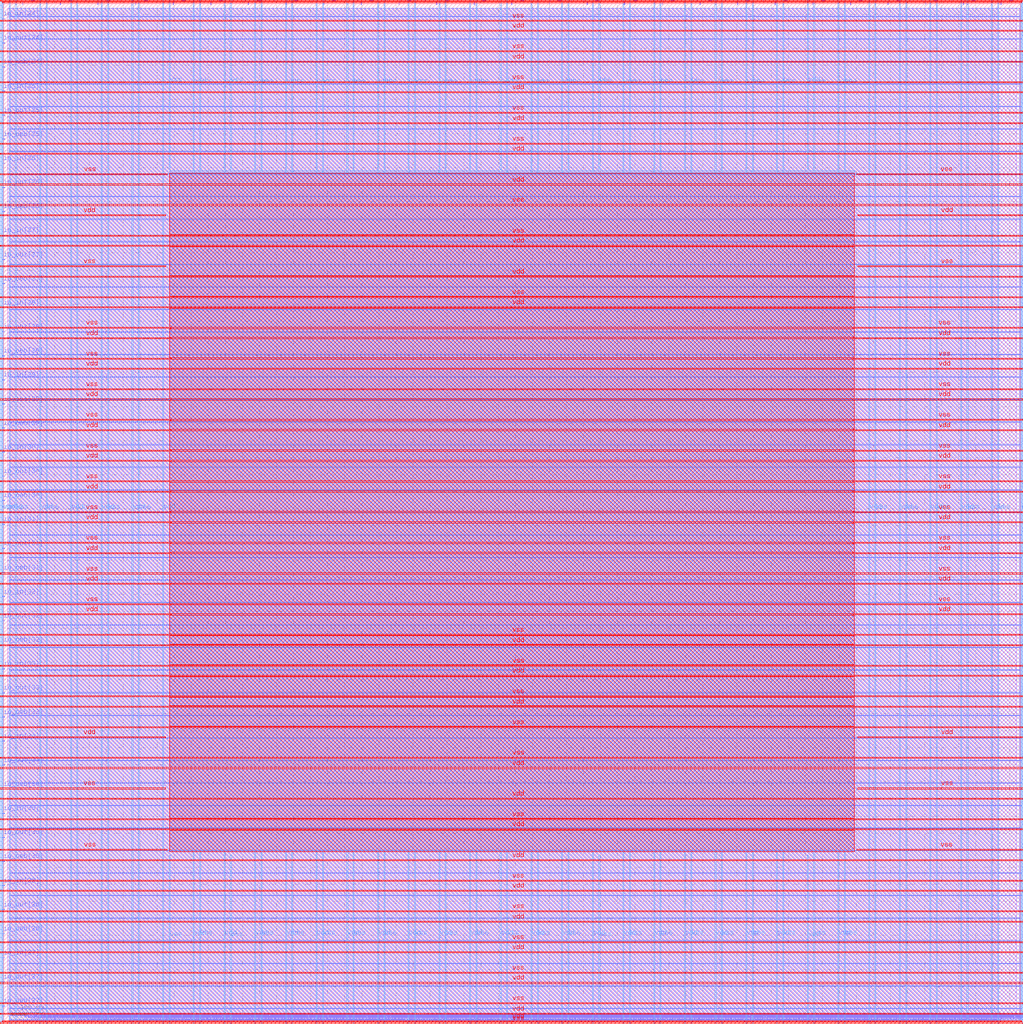
<source format=lef>
VERSION 5.7 ;
  NOWIREEXTENSIONATPIN ON ;
  DIVIDERCHAR "/" ;
  BUSBITCHARS "[]" ;
MACRO user_project_wrapper
  CLASS BLOCK ;
  FOREIGN user_project_wrapper ;
  ORIGIN 0.000 0.000 ;
  SIZE 2980.200 BY 2980.200 ;
  PIN io_in[0]
    DIRECTION INPUT ;
    USE SIGNAL ;
    PORT
      LAYER Metal3 ;
        RECT 2977.800 35.560 2985.000 36.680 ;
    END
  END io_in[0]
  PIN io_in[10]
    DIRECTION INPUT ;
    USE SIGNAL ;
    PORT
      LAYER Metal3 ;
        RECT 2977.800 2017.960 2985.000 2019.080 ;
    END
  END io_in[10]
  PIN io_in[11]
    DIRECTION INPUT ;
    USE SIGNAL ;
    PORT
      LAYER Metal3 ;
        RECT 2977.800 2216.200 2985.000 2217.320 ;
    END
  END io_in[11]
  PIN io_in[12]
    DIRECTION INPUT ;
    USE SIGNAL ;
    PORT
      LAYER Metal3 ;
        RECT 2977.800 2414.440 2985.000 2415.560 ;
    END
  END io_in[12]
  PIN io_in[13]
    DIRECTION INPUT ;
    USE SIGNAL ;
    PORT
      LAYER Metal3 ;
        RECT 2977.800 2612.680 2985.000 2613.800 ;
    END
  END io_in[13]
  PIN io_in[14]
    DIRECTION INPUT ;
    USE SIGNAL ;
    PORT
      LAYER Metal3 ;
        RECT 2977.800 2810.920 2985.000 2812.040 ;
    END
  END io_in[14]
  PIN io_in[15]
    DIRECTION INPUT ;
    USE SIGNAL ;
    PORT
      LAYER Metal2 ;
        RECT 2923.480 2977.800 2924.600 2985.000 ;
    END
  END io_in[15]
  PIN io_in[16]
    DIRECTION INPUT ;
    USE SIGNAL ;
    PORT
      LAYER Metal2 ;
        RECT 2592.520 2977.800 2593.640 2985.000 ;
    END
  END io_in[16]
  PIN io_in[17]
    DIRECTION INPUT ;
    USE SIGNAL ;
    PORT
      LAYER Metal2 ;
        RECT 2261.560 2977.800 2262.680 2985.000 ;
    END
  END io_in[17]
  PIN io_in[18]
    DIRECTION INPUT ;
    USE SIGNAL ;
    PORT
      LAYER Metal2 ;
        RECT 1930.600 2977.800 1931.720 2985.000 ;
    END
  END io_in[18]
  PIN io_in[19]
    DIRECTION INPUT ;
    USE SIGNAL ;
    PORT
      LAYER Metal2 ;
        RECT 1599.640 2977.800 1600.760 2985.000 ;
    END
  END io_in[19]
  PIN io_in[1]
    DIRECTION INPUT ;
    USE SIGNAL ;
    PORT
      LAYER Metal3 ;
        RECT 2977.800 233.800 2985.000 234.920 ;
    END
  END io_in[1]
  PIN io_in[20]
    DIRECTION INPUT ;
    USE SIGNAL ;
    PORT
      LAYER Metal2 ;
        RECT 1268.680 2977.800 1269.800 2985.000 ;
    END
  END io_in[20]
  PIN io_in[21]
    DIRECTION INPUT ;
    USE SIGNAL ;
    PORT
      LAYER Metal2 ;
        RECT 937.720 2977.800 938.840 2985.000 ;
    END
  END io_in[21]
  PIN io_in[22]
    DIRECTION INPUT ;
    USE SIGNAL ;
    PORT
      LAYER Metal2 ;
        RECT 606.760 2977.800 607.880 2985.000 ;
    END
  END io_in[22]
  PIN io_in[23]
    DIRECTION INPUT ;
    USE SIGNAL ;
    PORT
      LAYER Metal2 ;
        RECT 275.800 2977.800 276.920 2985.000 ;
    END
  END io_in[23]
  PIN io_in[24]
    DIRECTION INPUT ;
    USE SIGNAL ;
    PORT
      LAYER Metal3 ;
        RECT -4.800 2935.800 2.400 2936.920 ;
    END
  END io_in[24]
  PIN io_in[25]
    DIRECTION INPUT ;
    USE SIGNAL ;
    PORT
      LAYER Metal3 ;
        RECT -4.800 2724.120 2.400 2725.240 ;
    END
  END io_in[25]
  PIN io_in[26]
    DIRECTION INPUT ;
    USE SIGNAL ;
    PORT
      LAYER Metal3 ;
        RECT -4.800 2512.440 2.400 2513.560 ;
    END
  END io_in[26]
  PIN io_in[27]
    DIRECTION INPUT ;
    USE SIGNAL ;
    PORT
      LAYER Metal3 ;
        RECT -4.800 2300.760 2.400 2301.880 ;
    END
  END io_in[27]
  PIN io_in[28]
    DIRECTION INPUT ;
    USE SIGNAL ;
    PORT
      LAYER Metal3 ;
        RECT -4.800 2089.080 2.400 2090.200 ;
    END
  END io_in[28]
  PIN io_in[29]
    DIRECTION INPUT ;
    USE SIGNAL ;
    PORT
      LAYER Metal3 ;
        RECT -4.800 1877.400 2.400 1878.520 ;
    END
  END io_in[29]
  PIN io_in[2]
    DIRECTION INPUT ;
    USE SIGNAL ;
    PORT
      LAYER Metal3 ;
        RECT 2977.800 432.040 2985.000 433.160 ;
    END
  END io_in[2]
  PIN io_in[30]
    DIRECTION INPUT ;
    USE SIGNAL ;
    PORT
      LAYER Metal3 ;
        RECT -4.800 1665.720 2.400 1666.840 ;
    END
  END io_in[30]
  PIN io_in[31]
    DIRECTION INPUT ;
    USE SIGNAL ;
    PORT
      LAYER Metal3 ;
        RECT -4.800 1454.040 2.400 1455.160 ;
    END
  END io_in[31]
  PIN io_in[32]
    DIRECTION INPUT ;
    USE SIGNAL ;
    PORT
      LAYER Metal3 ;
        RECT -4.800 1242.360 2.400 1243.480 ;
    END
  END io_in[32]
  PIN io_in[33]
    DIRECTION INPUT ;
    USE SIGNAL ;
    PORT
      LAYER Metal3 ;
        RECT -4.800 1030.680 2.400 1031.800 ;
    END
  END io_in[33]
  PIN io_in[34]
    DIRECTION INPUT ;
    USE SIGNAL ;
    PORT
      LAYER Metal3 ;
        RECT -4.800 819.000 2.400 820.120 ;
    END
  END io_in[34]
  PIN io_in[35]
    DIRECTION INPUT ;
    USE SIGNAL ;
    PORT
      LAYER Metal3 ;
        RECT -4.800 607.320 2.400 608.440 ;
    END
  END io_in[35]
  PIN io_in[36]
    DIRECTION INPUT ;
    USE SIGNAL ;
    PORT
      LAYER Metal3 ;
        RECT -4.800 395.640 2.400 396.760 ;
    END
  END io_in[36]
  PIN io_in[37]
    DIRECTION INPUT ;
    USE SIGNAL ;
    PORT
      LAYER Metal3 ;
        RECT -4.800 183.960 2.400 185.080 ;
    END
  END io_in[37]
  PIN io_in[3]
    DIRECTION INPUT ;
    USE SIGNAL ;
    PORT
      LAYER Metal3 ;
        RECT 2977.800 630.280 2985.000 631.400 ;
    END
  END io_in[3]
  PIN io_in[4]
    DIRECTION INPUT ;
    USE SIGNAL ;
    PORT
      LAYER Metal3 ;
        RECT 2977.800 828.520 2985.000 829.640 ;
    END
  END io_in[4]
  PIN io_in[5]
    DIRECTION INPUT ;
    USE SIGNAL ;
    PORT
      LAYER Metal3 ;
        RECT 2977.800 1026.760 2985.000 1027.880 ;
    END
  END io_in[5]
  PIN io_in[6]
    DIRECTION INPUT ;
    USE SIGNAL ;
    PORT
      LAYER Metal3 ;
        RECT 2977.800 1225.000 2985.000 1226.120 ;
    END
  END io_in[6]
  PIN io_in[7]
    DIRECTION INPUT ;
    USE SIGNAL ;
    PORT
      LAYER Metal3 ;
        RECT 2977.800 1423.240 2985.000 1424.360 ;
    END
  END io_in[7]
  PIN io_in[8]
    DIRECTION INPUT ;
    USE SIGNAL ;
    PORT
      LAYER Metal3 ;
        RECT 2977.800 1621.480 2985.000 1622.600 ;
    END
  END io_in[8]
  PIN io_in[9]
    DIRECTION INPUT ;
    USE SIGNAL ;
    PORT
      LAYER Metal3 ;
        RECT 2977.800 1819.720 2985.000 1820.840 ;
    END
  END io_in[9]
  PIN io_oeb[0]
    DIRECTION OUTPUT TRISTATE ;
    USE SIGNAL ;
    PORT
      LAYER Metal3 ;
        RECT 2977.800 167.720 2985.000 168.840 ;
    END
  END io_oeb[0]
  PIN io_oeb[10]
    DIRECTION OUTPUT TRISTATE ;
    USE SIGNAL ;
    PORT
      LAYER Metal3 ;
        RECT 2977.800 2150.120 2985.000 2151.240 ;
    END
  END io_oeb[10]
  PIN io_oeb[11]
    DIRECTION OUTPUT TRISTATE ;
    USE SIGNAL ;
    PORT
      LAYER Metal3 ;
        RECT 2977.800 2348.360 2985.000 2349.480 ;
    END
  END io_oeb[11]
  PIN io_oeb[12]
    DIRECTION OUTPUT TRISTATE ;
    USE SIGNAL ;
    PORT
      LAYER Metal3 ;
        RECT 2977.800 2546.600 2985.000 2547.720 ;
    END
  END io_oeb[12]
  PIN io_oeb[13]
    DIRECTION OUTPUT TRISTATE ;
    USE SIGNAL ;
    PORT
      LAYER Metal3 ;
        RECT 2977.800 2744.840 2985.000 2745.960 ;
    END
  END io_oeb[13]
  PIN io_oeb[14]
    DIRECTION OUTPUT TRISTATE ;
    USE SIGNAL ;
    PORT
      LAYER Metal3 ;
        RECT 2977.800 2943.080 2985.000 2944.200 ;
    END
  END io_oeb[14]
  PIN io_oeb[15]
    DIRECTION OUTPUT TRISTATE ;
    USE SIGNAL ;
    PORT
      LAYER Metal2 ;
        RECT 2702.840 2977.800 2703.960 2985.000 ;
    END
  END io_oeb[15]
  PIN io_oeb[16]
    DIRECTION OUTPUT TRISTATE ;
    USE SIGNAL ;
    PORT
      LAYER Metal2 ;
        RECT 2371.880 2977.800 2373.000 2985.000 ;
    END
  END io_oeb[16]
  PIN io_oeb[17]
    DIRECTION OUTPUT TRISTATE ;
    USE SIGNAL ;
    PORT
      LAYER Metal2 ;
        RECT 2040.920 2977.800 2042.040 2985.000 ;
    END
  END io_oeb[17]
  PIN io_oeb[18]
    DIRECTION OUTPUT TRISTATE ;
    USE SIGNAL ;
    PORT
      LAYER Metal2 ;
        RECT 1709.960 2977.800 1711.080 2985.000 ;
    END
  END io_oeb[18]
  PIN io_oeb[19]
    DIRECTION OUTPUT TRISTATE ;
    USE SIGNAL ;
    PORT
      LAYER Metal2 ;
        RECT 1379.000 2977.800 1380.120 2985.000 ;
    END
  END io_oeb[19]
  PIN io_oeb[1]
    DIRECTION OUTPUT TRISTATE ;
    USE SIGNAL ;
    PORT
      LAYER Metal3 ;
        RECT 2977.800 365.960 2985.000 367.080 ;
    END
  END io_oeb[1]
  PIN io_oeb[20]
    DIRECTION OUTPUT TRISTATE ;
    USE SIGNAL ;
    PORT
      LAYER Metal2 ;
        RECT 1048.040 2977.800 1049.160 2985.000 ;
    END
  END io_oeb[20]
  PIN io_oeb[21]
    DIRECTION OUTPUT TRISTATE ;
    USE SIGNAL ;
    PORT
      LAYER Metal2 ;
        RECT 717.080 2977.800 718.200 2985.000 ;
    END
  END io_oeb[21]
  PIN io_oeb[22]
    DIRECTION OUTPUT TRISTATE ;
    USE SIGNAL ;
    PORT
      LAYER Metal2 ;
        RECT 386.120 2977.800 387.240 2985.000 ;
    END
  END io_oeb[22]
  PIN io_oeb[23]
    DIRECTION OUTPUT TRISTATE ;
    USE SIGNAL ;
    PORT
      LAYER Metal2 ;
        RECT 55.160 2977.800 56.280 2985.000 ;
    END
  END io_oeb[23]
  PIN io_oeb[24]
    DIRECTION OUTPUT TRISTATE ;
    USE SIGNAL ;
    PORT
      LAYER Metal3 ;
        RECT -4.800 2794.680 2.400 2795.800 ;
    END
  END io_oeb[24]
  PIN io_oeb[25]
    DIRECTION OUTPUT TRISTATE ;
    USE SIGNAL ;
    PORT
      LAYER Metal3 ;
        RECT -4.800 2583.000 2.400 2584.120 ;
    END
  END io_oeb[25]
  PIN io_oeb[26]
    DIRECTION OUTPUT TRISTATE ;
    USE SIGNAL ;
    PORT
      LAYER Metal3 ;
        RECT -4.800 2371.320 2.400 2372.440 ;
    END
  END io_oeb[26]
  PIN io_oeb[27]
    DIRECTION OUTPUT TRISTATE ;
    USE SIGNAL ;
    PORT
      LAYER Metal3 ;
        RECT -4.800 2159.640 2.400 2160.760 ;
    END
  END io_oeb[27]
  PIN io_oeb[28]
    DIRECTION OUTPUT TRISTATE ;
    USE SIGNAL ;
    PORT
      LAYER Metal3 ;
        RECT -4.800 1947.960 2.400 1949.080 ;
    END
  END io_oeb[28]
  PIN io_oeb[29]
    DIRECTION OUTPUT TRISTATE ;
    USE SIGNAL ;
    PORT
      LAYER Metal3 ;
        RECT -4.800 1736.280 2.400 1737.400 ;
    END
  END io_oeb[29]
  PIN io_oeb[2]
    DIRECTION OUTPUT TRISTATE ;
    USE SIGNAL ;
    PORT
      LAYER Metal3 ;
        RECT 2977.800 564.200 2985.000 565.320 ;
    END
  END io_oeb[2]
  PIN io_oeb[30]
    DIRECTION OUTPUT TRISTATE ;
    USE SIGNAL ;
    PORT
      LAYER Metal3 ;
        RECT -4.800 1524.600 2.400 1525.720 ;
    END
  END io_oeb[30]
  PIN io_oeb[31]
    DIRECTION OUTPUT TRISTATE ;
    USE SIGNAL ;
    PORT
      LAYER Metal3 ;
        RECT -4.800 1312.920 2.400 1314.040 ;
    END
  END io_oeb[31]
  PIN io_oeb[32]
    DIRECTION OUTPUT TRISTATE ;
    USE SIGNAL ;
    PORT
      LAYER Metal3 ;
        RECT -4.800 1101.240 2.400 1102.360 ;
    END
  END io_oeb[32]
  PIN io_oeb[33]
    DIRECTION OUTPUT TRISTATE ;
    USE SIGNAL ;
    PORT
      LAYER Metal3 ;
        RECT -4.800 889.560 2.400 890.680 ;
    END
  END io_oeb[33]
  PIN io_oeb[34]
    DIRECTION OUTPUT TRISTATE ;
    USE SIGNAL ;
    PORT
      LAYER Metal3 ;
        RECT -4.800 677.880 2.400 679.000 ;
    END
  END io_oeb[34]
  PIN io_oeb[35]
    DIRECTION OUTPUT TRISTATE ;
    USE SIGNAL ;
    PORT
      LAYER Metal3 ;
        RECT -4.800 466.200 2.400 467.320 ;
    END
  END io_oeb[35]
  PIN io_oeb[36]
    DIRECTION OUTPUT TRISTATE ;
    USE SIGNAL ;
    PORT
      LAYER Metal3 ;
        RECT -4.800 254.520 2.400 255.640 ;
    END
  END io_oeb[36]
  PIN io_oeb[37]
    DIRECTION OUTPUT TRISTATE ;
    USE SIGNAL ;
    PORT
      LAYER Metal3 ;
        RECT -4.800 42.840 2.400 43.960 ;
    END
  END io_oeb[37]
  PIN io_oeb[3]
    DIRECTION OUTPUT TRISTATE ;
    USE SIGNAL ;
    PORT
      LAYER Metal3 ;
        RECT 2977.800 762.440 2985.000 763.560 ;
    END
  END io_oeb[3]
  PIN io_oeb[4]
    DIRECTION OUTPUT TRISTATE ;
    USE SIGNAL ;
    PORT
      LAYER Metal3 ;
        RECT 2977.800 960.680 2985.000 961.800 ;
    END
  END io_oeb[4]
  PIN io_oeb[5]
    DIRECTION OUTPUT TRISTATE ;
    USE SIGNAL ;
    PORT
      LAYER Metal3 ;
        RECT 2977.800 1158.920 2985.000 1160.040 ;
    END
  END io_oeb[5]
  PIN io_oeb[6]
    DIRECTION OUTPUT TRISTATE ;
    USE SIGNAL ;
    PORT
      LAYER Metal3 ;
        RECT 2977.800 1357.160 2985.000 1358.280 ;
    END
  END io_oeb[6]
  PIN io_oeb[7]
    DIRECTION OUTPUT TRISTATE ;
    USE SIGNAL ;
    PORT
      LAYER Metal3 ;
        RECT 2977.800 1555.400 2985.000 1556.520 ;
    END
  END io_oeb[7]
  PIN io_oeb[8]
    DIRECTION OUTPUT TRISTATE ;
    USE SIGNAL ;
    PORT
      LAYER Metal3 ;
        RECT 2977.800 1753.640 2985.000 1754.760 ;
    END
  END io_oeb[8]
  PIN io_oeb[9]
    DIRECTION OUTPUT TRISTATE ;
    USE SIGNAL ;
    PORT
      LAYER Metal3 ;
        RECT 2977.800 1951.880 2985.000 1953.000 ;
    END
  END io_oeb[9]
  PIN io_out[0]
    DIRECTION OUTPUT TRISTATE ;
    USE SIGNAL ;
    PORT
      LAYER Metal3 ;
        RECT 2977.800 101.640 2985.000 102.760 ;
    END
  END io_out[0]
  PIN io_out[10]
    DIRECTION OUTPUT TRISTATE ;
    USE SIGNAL ;
    PORT
      LAYER Metal3 ;
        RECT 2977.800 2084.040 2985.000 2085.160 ;
    END
  END io_out[10]
  PIN io_out[11]
    DIRECTION OUTPUT TRISTATE ;
    USE SIGNAL ;
    PORT
      LAYER Metal3 ;
        RECT 2977.800 2282.280 2985.000 2283.400 ;
    END
  END io_out[11]
  PIN io_out[12]
    DIRECTION OUTPUT TRISTATE ;
    USE SIGNAL ;
    PORT
      LAYER Metal3 ;
        RECT 2977.800 2480.520 2985.000 2481.640 ;
    END
  END io_out[12]
  PIN io_out[13]
    DIRECTION OUTPUT TRISTATE ;
    USE SIGNAL ;
    PORT
      LAYER Metal3 ;
        RECT 2977.800 2678.760 2985.000 2679.880 ;
    END
  END io_out[13]
  PIN io_out[14]
    DIRECTION OUTPUT TRISTATE ;
    USE SIGNAL ;
    PORT
      LAYER Metal3 ;
        RECT 2977.800 2877.000 2985.000 2878.120 ;
    END
  END io_out[14]
  PIN io_out[15]
    DIRECTION OUTPUT TRISTATE ;
    USE SIGNAL ;
    PORT
      LAYER Metal2 ;
        RECT 2813.160 2977.800 2814.280 2985.000 ;
    END
  END io_out[15]
  PIN io_out[16]
    DIRECTION OUTPUT TRISTATE ;
    USE SIGNAL ;
    PORT
      LAYER Metal2 ;
        RECT 2482.200 2977.800 2483.320 2985.000 ;
    END
  END io_out[16]
  PIN io_out[17]
    DIRECTION OUTPUT TRISTATE ;
    USE SIGNAL ;
    PORT
      LAYER Metal2 ;
        RECT 2151.240 2977.800 2152.360 2985.000 ;
    END
  END io_out[17]
  PIN io_out[18]
    DIRECTION OUTPUT TRISTATE ;
    USE SIGNAL ;
    PORT
      LAYER Metal2 ;
        RECT 1820.280 2977.800 1821.400 2985.000 ;
    END
  END io_out[18]
  PIN io_out[19]
    DIRECTION OUTPUT TRISTATE ;
    USE SIGNAL ;
    PORT
      LAYER Metal2 ;
        RECT 1489.320 2977.800 1490.440 2985.000 ;
    END
  END io_out[19]
  PIN io_out[1]
    DIRECTION OUTPUT TRISTATE ;
    USE SIGNAL ;
    PORT
      LAYER Metal3 ;
        RECT 2977.800 299.880 2985.000 301.000 ;
    END
  END io_out[1]
  PIN io_out[20]
    DIRECTION OUTPUT TRISTATE ;
    USE SIGNAL ;
    PORT
      LAYER Metal2 ;
        RECT 1158.360 2977.800 1159.480 2985.000 ;
    END
  END io_out[20]
  PIN io_out[21]
    DIRECTION OUTPUT TRISTATE ;
    USE SIGNAL ;
    PORT
      LAYER Metal2 ;
        RECT 827.400 2977.800 828.520 2985.000 ;
    END
  END io_out[21]
  PIN io_out[22]
    DIRECTION OUTPUT TRISTATE ;
    USE SIGNAL ;
    PORT
      LAYER Metal2 ;
        RECT 496.440 2977.800 497.560 2985.000 ;
    END
  END io_out[22]
  PIN io_out[23]
    DIRECTION OUTPUT TRISTATE ;
    USE SIGNAL ;
    PORT
      LAYER Metal2 ;
        RECT 165.480 2977.800 166.600 2985.000 ;
    END
  END io_out[23]
  PIN io_out[24]
    DIRECTION OUTPUT TRISTATE ;
    USE SIGNAL ;
    PORT
      LAYER Metal3 ;
        RECT -4.800 2865.240 2.400 2866.360 ;
    END
  END io_out[24]
  PIN io_out[25]
    DIRECTION OUTPUT TRISTATE ;
    USE SIGNAL ;
    PORT
      LAYER Metal3 ;
        RECT -4.800 2653.560 2.400 2654.680 ;
    END
  END io_out[25]
  PIN io_out[26]
    DIRECTION OUTPUT TRISTATE ;
    USE SIGNAL ;
    PORT
      LAYER Metal3 ;
        RECT -4.800 2441.880 2.400 2443.000 ;
    END
  END io_out[26]
  PIN io_out[27]
    DIRECTION OUTPUT TRISTATE ;
    USE SIGNAL ;
    PORT
      LAYER Metal3 ;
        RECT -4.800 2230.200 2.400 2231.320 ;
    END
  END io_out[27]
  PIN io_out[28]
    DIRECTION OUTPUT TRISTATE ;
    USE SIGNAL ;
    PORT
      LAYER Metal3 ;
        RECT -4.800 2018.520 2.400 2019.640 ;
    END
  END io_out[28]
  PIN io_out[29]
    DIRECTION OUTPUT TRISTATE ;
    USE SIGNAL ;
    PORT
      LAYER Metal3 ;
        RECT -4.800 1806.840 2.400 1807.960 ;
    END
  END io_out[29]
  PIN io_out[2]
    DIRECTION OUTPUT TRISTATE ;
    USE SIGNAL ;
    PORT
      LAYER Metal3 ;
        RECT 2977.800 498.120 2985.000 499.240 ;
    END
  END io_out[2]
  PIN io_out[30]
    DIRECTION OUTPUT TRISTATE ;
    USE SIGNAL ;
    PORT
      LAYER Metal3 ;
        RECT -4.800 1595.160 2.400 1596.280 ;
    END
  END io_out[30]
  PIN io_out[31]
    DIRECTION OUTPUT TRISTATE ;
    USE SIGNAL ;
    PORT
      LAYER Metal3 ;
        RECT -4.800 1383.480 2.400 1384.600 ;
    END
  END io_out[31]
  PIN io_out[32]
    DIRECTION OUTPUT TRISTATE ;
    USE SIGNAL ;
    PORT
      LAYER Metal3 ;
        RECT -4.800 1171.800 2.400 1172.920 ;
    END
  END io_out[32]
  PIN io_out[33]
    DIRECTION OUTPUT TRISTATE ;
    USE SIGNAL ;
    PORT
      LAYER Metal3 ;
        RECT -4.800 960.120 2.400 961.240 ;
    END
  END io_out[33]
  PIN io_out[34]
    DIRECTION OUTPUT TRISTATE ;
    USE SIGNAL ;
    PORT
      LAYER Metal3 ;
        RECT -4.800 748.440 2.400 749.560 ;
    END
  END io_out[34]
  PIN io_out[35]
    DIRECTION OUTPUT TRISTATE ;
    USE SIGNAL ;
    PORT
      LAYER Metal3 ;
        RECT -4.800 536.760 2.400 537.880 ;
    END
  END io_out[35]
  PIN io_out[36]
    DIRECTION OUTPUT TRISTATE ;
    USE SIGNAL ;
    PORT
      LAYER Metal3 ;
        RECT -4.800 325.080 2.400 326.200 ;
    END
  END io_out[36]
  PIN io_out[37]
    DIRECTION OUTPUT TRISTATE ;
    USE SIGNAL ;
    PORT
      LAYER Metal3 ;
        RECT -4.800 113.400 2.400 114.520 ;
    END
  END io_out[37]
  PIN io_out[3]
    DIRECTION OUTPUT TRISTATE ;
    USE SIGNAL ;
    PORT
      LAYER Metal3 ;
        RECT 2977.800 696.360 2985.000 697.480 ;
    END
  END io_out[3]
  PIN io_out[4]
    DIRECTION OUTPUT TRISTATE ;
    USE SIGNAL ;
    PORT
      LAYER Metal3 ;
        RECT 2977.800 894.600 2985.000 895.720 ;
    END
  END io_out[4]
  PIN io_out[5]
    DIRECTION OUTPUT TRISTATE ;
    USE SIGNAL ;
    PORT
      LAYER Metal3 ;
        RECT 2977.800 1092.840 2985.000 1093.960 ;
    END
  END io_out[5]
  PIN io_out[6]
    DIRECTION OUTPUT TRISTATE ;
    USE SIGNAL ;
    PORT
      LAYER Metal3 ;
        RECT 2977.800 1291.080 2985.000 1292.200 ;
    END
  END io_out[6]
  PIN io_out[7]
    DIRECTION OUTPUT TRISTATE ;
    USE SIGNAL ;
    PORT
      LAYER Metal3 ;
        RECT 2977.800 1489.320 2985.000 1490.440 ;
    END
  END io_out[7]
  PIN io_out[8]
    DIRECTION OUTPUT TRISTATE ;
    USE SIGNAL ;
    PORT
      LAYER Metal3 ;
        RECT 2977.800 1687.560 2985.000 1688.680 ;
    END
  END io_out[8]
  PIN io_out[9]
    DIRECTION OUTPUT TRISTATE ;
    USE SIGNAL ;
    PORT
      LAYER Metal3 ;
        RECT 2977.800 1885.800 2985.000 1886.920 ;
    END
  END io_out[9]
  PIN la_data_in[0]
    DIRECTION INPUT ;
    USE SIGNAL ;
    PORT
      LAYER Metal2 ;
        RECT 1065.960 -4.800 1067.080 2.400 ;
    END
  END la_data_in[0]
  PIN la_data_in[10]
    DIRECTION INPUT ;
    USE SIGNAL ;
    PORT
      LAYER Metal2 ;
        RECT 1351.560 -4.800 1352.680 2.400 ;
    END
  END la_data_in[10]
  PIN la_data_in[11]
    DIRECTION INPUT ;
    USE SIGNAL ;
    PORT
      LAYER Metal2 ;
        RECT 1380.120 -4.800 1381.240 2.400 ;
    END
  END la_data_in[11]
  PIN la_data_in[12]
    DIRECTION INPUT ;
    USE SIGNAL ;
    PORT
      LAYER Metal2 ;
        RECT 1408.680 -4.800 1409.800 2.400 ;
    END
  END la_data_in[12]
  PIN la_data_in[13]
    DIRECTION INPUT ;
    USE SIGNAL ;
    PORT
      LAYER Metal2 ;
        RECT 1437.240 -4.800 1438.360 2.400 ;
    END
  END la_data_in[13]
  PIN la_data_in[14]
    DIRECTION INPUT ;
    USE SIGNAL ;
    PORT
      LAYER Metal2 ;
        RECT 1465.800 -4.800 1466.920 2.400 ;
    END
  END la_data_in[14]
  PIN la_data_in[15]
    DIRECTION INPUT ;
    USE SIGNAL ;
    PORT
      LAYER Metal2 ;
        RECT 1494.360 -4.800 1495.480 2.400 ;
    END
  END la_data_in[15]
  PIN la_data_in[16]
    DIRECTION INPUT ;
    USE SIGNAL ;
    PORT
      LAYER Metal2 ;
        RECT 1522.920 -4.800 1524.040 2.400 ;
    END
  END la_data_in[16]
  PIN la_data_in[17]
    DIRECTION INPUT ;
    USE SIGNAL ;
    PORT
      LAYER Metal2 ;
        RECT 1551.480 -4.800 1552.600 2.400 ;
    END
  END la_data_in[17]
  PIN la_data_in[18]
    DIRECTION INPUT ;
    USE SIGNAL ;
    PORT
      LAYER Metal2 ;
        RECT 1580.040 -4.800 1581.160 2.400 ;
    END
  END la_data_in[18]
  PIN la_data_in[19]
    DIRECTION INPUT ;
    USE SIGNAL ;
    PORT
      LAYER Metal2 ;
        RECT 1608.600 -4.800 1609.720 2.400 ;
    END
  END la_data_in[19]
  PIN la_data_in[1]
    DIRECTION INPUT ;
    USE SIGNAL ;
    PORT
      LAYER Metal2 ;
        RECT 1094.520 -4.800 1095.640 2.400 ;
    END
  END la_data_in[1]
  PIN la_data_in[20]
    DIRECTION INPUT ;
    USE SIGNAL ;
    PORT
      LAYER Metal2 ;
        RECT 1637.160 -4.800 1638.280 2.400 ;
    END
  END la_data_in[20]
  PIN la_data_in[21]
    DIRECTION INPUT ;
    USE SIGNAL ;
    PORT
      LAYER Metal2 ;
        RECT 1665.720 -4.800 1666.840 2.400 ;
    END
  END la_data_in[21]
  PIN la_data_in[22]
    DIRECTION INPUT ;
    USE SIGNAL ;
    PORT
      LAYER Metal2 ;
        RECT 1694.280 -4.800 1695.400 2.400 ;
    END
  END la_data_in[22]
  PIN la_data_in[23]
    DIRECTION INPUT ;
    USE SIGNAL ;
    PORT
      LAYER Metal2 ;
        RECT 1722.840 -4.800 1723.960 2.400 ;
    END
  END la_data_in[23]
  PIN la_data_in[24]
    DIRECTION INPUT ;
    USE SIGNAL ;
    PORT
      LAYER Metal2 ;
        RECT 1751.400 -4.800 1752.520 2.400 ;
    END
  END la_data_in[24]
  PIN la_data_in[25]
    DIRECTION INPUT ;
    USE SIGNAL ;
    PORT
      LAYER Metal2 ;
        RECT 1779.960 -4.800 1781.080 2.400 ;
    END
  END la_data_in[25]
  PIN la_data_in[26]
    DIRECTION INPUT ;
    USE SIGNAL ;
    PORT
      LAYER Metal2 ;
        RECT 1808.520 -4.800 1809.640 2.400 ;
    END
  END la_data_in[26]
  PIN la_data_in[27]
    DIRECTION INPUT ;
    USE SIGNAL ;
    PORT
      LAYER Metal2 ;
        RECT 1837.080 -4.800 1838.200 2.400 ;
    END
  END la_data_in[27]
  PIN la_data_in[28]
    DIRECTION INPUT ;
    USE SIGNAL ;
    PORT
      LAYER Metal2 ;
        RECT 1865.640 -4.800 1866.760 2.400 ;
    END
  END la_data_in[28]
  PIN la_data_in[29]
    DIRECTION INPUT ;
    USE SIGNAL ;
    PORT
      LAYER Metal2 ;
        RECT 1894.200 -4.800 1895.320 2.400 ;
    END
  END la_data_in[29]
  PIN la_data_in[2]
    DIRECTION INPUT ;
    USE SIGNAL ;
    PORT
      LAYER Metal2 ;
        RECT 1123.080 -4.800 1124.200 2.400 ;
    END
  END la_data_in[2]
  PIN la_data_in[30]
    DIRECTION INPUT ;
    USE SIGNAL ;
    PORT
      LAYER Metal2 ;
        RECT 1922.760 -4.800 1923.880 2.400 ;
    END
  END la_data_in[30]
  PIN la_data_in[31]
    DIRECTION INPUT ;
    USE SIGNAL ;
    PORT
      LAYER Metal2 ;
        RECT 1951.320 -4.800 1952.440 2.400 ;
    END
  END la_data_in[31]
  PIN la_data_in[32]
    DIRECTION INPUT ;
    USE SIGNAL ;
    PORT
      LAYER Metal2 ;
        RECT 1979.880 -4.800 1981.000 2.400 ;
    END
  END la_data_in[32]
  PIN la_data_in[33]
    DIRECTION INPUT ;
    USE SIGNAL ;
    PORT
      LAYER Metal2 ;
        RECT 2008.440 -4.800 2009.560 2.400 ;
    END
  END la_data_in[33]
  PIN la_data_in[34]
    DIRECTION INPUT ;
    USE SIGNAL ;
    PORT
      LAYER Metal2 ;
        RECT 2037.000 -4.800 2038.120 2.400 ;
    END
  END la_data_in[34]
  PIN la_data_in[35]
    DIRECTION INPUT ;
    USE SIGNAL ;
    PORT
      LAYER Metal2 ;
        RECT 2065.560 -4.800 2066.680 2.400 ;
    END
  END la_data_in[35]
  PIN la_data_in[36]
    DIRECTION INPUT ;
    USE SIGNAL ;
    PORT
      LAYER Metal2 ;
        RECT 2094.120 -4.800 2095.240 2.400 ;
    END
  END la_data_in[36]
  PIN la_data_in[37]
    DIRECTION INPUT ;
    USE SIGNAL ;
    PORT
      LAYER Metal2 ;
        RECT 2122.680 -4.800 2123.800 2.400 ;
    END
  END la_data_in[37]
  PIN la_data_in[38]
    DIRECTION INPUT ;
    USE SIGNAL ;
    PORT
      LAYER Metal2 ;
        RECT 2151.240 -4.800 2152.360 2.400 ;
    END
  END la_data_in[38]
  PIN la_data_in[39]
    DIRECTION INPUT ;
    USE SIGNAL ;
    PORT
      LAYER Metal2 ;
        RECT 2179.800 -4.800 2180.920 2.400 ;
    END
  END la_data_in[39]
  PIN la_data_in[3]
    DIRECTION INPUT ;
    USE SIGNAL ;
    PORT
      LAYER Metal2 ;
        RECT 1151.640 -4.800 1152.760 2.400 ;
    END
  END la_data_in[3]
  PIN la_data_in[40]
    DIRECTION INPUT ;
    USE SIGNAL ;
    PORT
      LAYER Metal2 ;
        RECT 2208.360 -4.800 2209.480 2.400 ;
    END
  END la_data_in[40]
  PIN la_data_in[41]
    DIRECTION INPUT ;
    USE SIGNAL ;
    PORT
      LAYER Metal2 ;
        RECT 2236.920 -4.800 2238.040 2.400 ;
    END
  END la_data_in[41]
  PIN la_data_in[42]
    DIRECTION INPUT ;
    USE SIGNAL ;
    PORT
      LAYER Metal2 ;
        RECT 2265.480 -4.800 2266.600 2.400 ;
    END
  END la_data_in[42]
  PIN la_data_in[43]
    DIRECTION INPUT ;
    USE SIGNAL ;
    PORT
      LAYER Metal2 ;
        RECT 2294.040 -4.800 2295.160 2.400 ;
    END
  END la_data_in[43]
  PIN la_data_in[44]
    DIRECTION INPUT ;
    USE SIGNAL ;
    PORT
      LAYER Metal2 ;
        RECT 2322.600 -4.800 2323.720 2.400 ;
    END
  END la_data_in[44]
  PIN la_data_in[45]
    DIRECTION INPUT ;
    USE SIGNAL ;
    PORT
      LAYER Metal2 ;
        RECT 2351.160 -4.800 2352.280 2.400 ;
    END
  END la_data_in[45]
  PIN la_data_in[46]
    DIRECTION INPUT ;
    USE SIGNAL ;
    PORT
      LAYER Metal2 ;
        RECT 2379.720 -4.800 2380.840 2.400 ;
    END
  END la_data_in[46]
  PIN la_data_in[47]
    DIRECTION INPUT ;
    USE SIGNAL ;
    PORT
      LAYER Metal2 ;
        RECT 2408.280 -4.800 2409.400 2.400 ;
    END
  END la_data_in[47]
  PIN la_data_in[48]
    DIRECTION INPUT ;
    USE SIGNAL ;
    PORT
      LAYER Metal2 ;
        RECT 2436.840 -4.800 2437.960 2.400 ;
    END
  END la_data_in[48]
  PIN la_data_in[49]
    DIRECTION INPUT ;
    USE SIGNAL ;
    PORT
      LAYER Metal2 ;
        RECT 2465.400 -4.800 2466.520 2.400 ;
    END
  END la_data_in[49]
  PIN la_data_in[4]
    DIRECTION INPUT ;
    USE SIGNAL ;
    PORT
      LAYER Metal2 ;
        RECT 1180.200 -4.800 1181.320 2.400 ;
    END
  END la_data_in[4]
  PIN la_data_in[50]
    DIRECTION INPUT ;
    USE SIGNAL ;
    PORT
      LAYER Metal2 ;
        RECT 2493.960 -4.800 2495.080 2.400 ;
    END
  END la_data_in[50]
  PIN la_data_in[51]
    DIRECTION INPUT ;
    USE SIGNAL ;
    PORT
      LAYER Metal2 ;
        RECT 2522.520 -4.800 2523.640 2.400 ;
    END
  END la_data_in[51]
  PIN la_data_in[52]
    DIRECTION INPUT ;
    USE SIGNAL ;
    PORT
      LAYER Metal2 ;
        RECT 2551.080 -4.800 2552.200 2.400 ;
    END
  END la_data_in[52]
  PIN la_data_in[53]
    DIRECTION INPUT ;
    USE SIGNAL ;
    PORT
      LAYER Metal2 ;
        RECT 2579.640 -4.800 2580.760 2.400 ;
    END
  END la_data_in[53]
  PIN la_data_in[54]
    DIRECTION INPUT ;
    USE SIGNAL ;
    PORT
      LAYER Metal2 ;
        RECT 2608.200 -4.800 2609.320 2.400 ;
    END
  END la_data_in[54]
  PIN la_data_in[55]
    DIRECTION INPUT ;
    USE SIGNAL ;
    PORT
      LAYER Metal2 ;
        RECT 2636.760 -4.800 2637.880 2.400 ;
    END
  END la_data_in[55]
  PIN la_data_in[56]
    DIRECTION INPUT ;
    USE SIGNAL ;
    PORT
      LAYER Metal2 ;
        RECT 2665.320 -4.800 2666.440 2.400 ;
    END
  END la_data_in[56]
  PIN la_data_in[57]
    DIRECTION INPUT ;
    USE SIGNAL ;
    PORT
      LAYER Metal2 ;
        RECT 2693.880 -4.800 2695.000 2.400 ;
    END
  END la_data_in[57]
  PIN la_data_in[58]
    DIRECTION INPUT ;
    USE SIGNAL ;
    PORT
      LAYER Metal2 ;
        RECT 2722.440 -4.800 2723.560 2.400 ;
    END
  END la_data_in[58]
  PIN la_data_in[59]
    DIRECTION INPUT ;
    USE SIGNAL ;
    PORT
      LAYER Metal2 ;
        RECT 2751.000 -4.800 2752.120 2.400 ;
    END
  END la_data_in[59]
  PIN la_data_in[5]
    DIRECTION INPUT ;
    USE SIGNAL ;
    PORT
      LAYER Metal2 ;
        RECT 1208.760 -4.800 1209.880 2.400 ;
    END
  END la_data_in[5]
  PIN la_data_in[60]
    DIRECTION INPUT ;
    USE SIGNAL ;
    PORT
      LAYER Metal2 ;
        RECT 2779.560 -4.800 2780.680 2.400 ;
    END
  END la_data_in[60]
  PIN la_data_in[61]
    DIRECTION INPUT ;
    USE SIGNAL ;
    PORT
      LAYER Metal2 ;
        RECT 2808.120 -4.800 2809.240 2.400 ;
    END
  END la_data_in[61]
  PIN la_data_in[62]
    DIRECTION INPUT ;
    USE SIGNAL ;
    PORT
      LAYER Metal2 ;
        RECT 2836.680 -4.800 2837.800 2.400 ;
    END
  END la_data_in[62]
  PIN la_data_in[63]
    DIRECTION INPUT ;
    USE SIGNAL ;
    PORT
      LAYER Metal2 ;
        RECT 2865.240 -4.800 2866.360 2.400 ;
    END
  END la_data_in[63]
  PIN la_data_in[6]
    DIRECTION INPUT ;
    USE SIGNAL ;
    PORT
      LAYER Metal2 ;
        RECT 1237.320 -4.800 1238.440 2.400 ;
    END
  END la_data_in[6]
  PIN la_data_in[7]
    DIRECTION INPUT ;
    USE SIGNAL ;
    PORT
      LAYER Metal2 ;
        RECT 1265.880 -4.800 1267.000 2.400 ;
    END
  END la_data_in[7]
  PIN la_data_in[8]
    DIRECTION INPUT ;
    USE SIGNAL ;
    PORT
      LAYER Metal2 ;
        RECT 1294.440 -4.800 1295.560 2.400 ;
    END
  END la_data_in[8]
  PIN la_data_in[9]
    DIRECTION INPUT ;
    USE SIGNAL ;
    PORT
      LAYER Metal2 ;
        RECT 1323.000 -4.800 1324.120 2.400 ;
    END
  END la_data_in[9]
  PIN la_data_out[0]
    DIRECTION OUTPUT TRISTATE ;
    USE SIGNAL ;
    PORT
      LAYER Metal2 ;
        RECT 1075.480 -4.800 1076.600 2.400 ;
    END
  END la_data_out[0]
  PIN la_data_out[10]
    DIRECTION OUTPUT TRISTATE ;
    USE SIGNAL ;
    PORT
      LAYER Metal2 ;
        RECT 1361.080 -4.800 1362.200 2.400 ;
    END
  END la_data_out[10]
  PIN la_data_out[11]
    DIRECTION OUTPUT TRISTATE ;
    USE SIGNAL ;
    PORT
      LAYER Metal2 ;
        RECT 1389.640 -4.800 1390.760 2.400 ;
    END
  END la_data_out[11]
  PIN la_data_out[12]
    DIRECTION OUTPUT TRISTATE ;
    USE SIGNAL ;
    PORT
      LAYER Metal2 ;
        RECT 1418.200 -4.800 1419.320 2.400 ;
    END
  END la_data_out[12]
  PIN la_data_out[13]
    DIRECTION OUTPUT TRISTATE ;
    USE SIGNAL ;
    PORT
      LAYER Metal2 ;
        RECT 1446.760 -4.800 1447.880 2.400 ;
    END
  END la_data_out[13]
  PIN la_data_out[14]
    DIRECTION OUTPUT TRISTATE ;
    USE SIGNAL ;
    PORT
      LAYER Metal2 ;
        RECT 1475.320 -4.800 1476.440 2.400 ;
    END
  END la_data_out[14]
  PIN la_data_out[15]
    DIRECTION OUTPUT TRISTATE ;
    USE SIGNAL ;
    PORT
      LAYER Metal2 ;
        RECT 1503.880 -4.800 1505.000 2.400 ;
    END
  END la_data_out[15]
  PIN la_data_out[16]
    DIRECTION OUTPUT TRISTATE ;
    USE SIGNAL ;
    PORT
      LAYER Metal2 ;
        RECT 1532.440 -4.800 1533.560 2.400 ;
    END
  END la_data_out[16]
  PIN la_data_out[17]
    DIRECTION OUTPUT TRISTATE ;
    USE SIGNAL ;
    PORT
      LAYER Metal2 ;
        RECT 1561.000 -4.800 1562.120 2.400 ;
    END
  END la_data_out[17]
  PIN la_data_out[18]
    DIRECTION OUTPUT TRISTATE ;
    USE SIGNAL ;
    PORT
      LAYER Metal2 ;
        RECT 1589.560 -4.800 1590.680 2.400 ;
    END
  END la_data_out[18]
  PIN la_data_out[19]
    DIRECTION OUTPUT TRISTATE ;
    USE SIGNAL ;
    PORT
      LAYER Metal2 ;
        RECT 1618.120 -4.800 1619.240 2.400 ;
    END
  END la_data_out[19]
  PIN la_data_out[1]
    DIRECTION OUTPUT TRISTATE ;
    USE SIGNAL ;
    PORT
      LAYER Metal2 ;
        RECT 1104.040 -4.800 1105.160 2.400 ;
    END
  END la_data_out[1]
  PIN la_data_out[20]
    DIRECTION OUTPUT TRISTATE ;
    USE SIGNAL ;
    PORT
      LAYER Metal2 ;
        RECT 1646.680 -4.800 1647.800 2.400 ;
    END
  END la_data_out[20]
  PIN la_data_out[21]
    DIRECTION OUTPUT TRISTATE ;
    USE SIGNAL ;
    PORT
      LAYER Metal2 ;
        RECT 1675.240 -4.800 1676.360 2.400 ;
    END
  END la_data_out[21]
  PIN la_data_out[22]
    DIRECTION OUTPUT TRISTATE ;
    USE SIGNAL ;
    PORT
      LAYER Metal2 ;
        RECT 1703.800 -4.800 1704.920 2.400 ;
    END
  END la_data_out[22]
  PIN la_data_out[23]
    DIRECTION OUTPUT TRISTATE ;
    USE SIGNAL ;
    PORT
      LAYER Metal2 ;
        RECT 1732.360 -4.800 1733.480 2.400 ;
    END
  END la_data_out[23]
  PIN la_data_out[24]
    DIRECTION OUTPUT TRISTATE ;
    USE SIGNAL ;
    PORT
      LAYER Metal2 ;
        RECT 1760.920 -4.800 1762.040 2.400 ;
    END
  END la_data_out[24]
  PIN la_data_out[25]
    DIRECTION OUTPUT TRISTATE ;
    USE SIGNAL ;
    PORT
      LAYER Metal2 ;
        RECT 1789.480 -4.800 1790.600 2.400 ;
    END
  END la_data_out[25]
  PIN la_data_out[26]
    DIRECTION OUTPUT TRISTATE ;
    USE SIGNAL ;
    PORT
      LAYER Metal2 ;
        RECT 1818.040 -4.800 1819.160 2.400 ;
    END
  END la_data_out[26]
  PIN la_data_out[27]
    DIRECTION OUTPUT TRISTATE ;
    USE SIGNAL ;
    PORT
      LAYER Metal2 ;
        RECT 1846.600 -4.800 1847.720 2.400 ;
    END
  END la_data_out[27]
  PIN la_data_out[28]
    DIRECTION OUTPUT TRISTATE ;
    USE SIGNAL ;
    PORT
      LAYER Metal2 ;
        RECT 1875.160 -4.800 1876.280 2.400 ;
    END
  END la_data_out[28]
  PIN la_data_out[29]
    DIRECTION OUTPUT TRISTATE ;
    USE SIGNAL ;
    PORT
      LAYER Metal2 ;
        RECT 1903.720 -4.800 1904.840 2.400 ;
    END
  END la_data_out[29]
  PIN la_data_out[2]
    DIRECTION OUTPUT TRISTATE ;
    USE SIGNAL ;
    PORT
      LAYER Metal2 ;
        RECT 1132.600 -4.800 1133.720 2.400 ;
    END
  END la_data_out[2]
  PIN la_data_out[30]
    DIRECTION OUTPUT TRISTATE ;
    USE SIGNAL ;
    PORT
      LAYER Metal2 ;
        RECT 1932.280 -4.800 1933.400 2.400 ;
    END
  END la_data_out[30]
  PIN la_data_out[31]
    DIRECTION OUTPUT TRISTATE ;
    USE SIGNAL ;
    PORT
      LAYER Metal2 ;
        RECT 1960.840 -4.800 1961.960 2.400 ;
    END
  END la_data_out[31]
  PIN la_data_out[32]
    DIRECTION OUTPUT TRISTATE ;
    USE SIGNAL ;
    PORT
      LAYER Metal2 ;
        RECT 1989.400 -4.800 1990.520 2.400 ;
    END
  END la_data_out[32]
  PIN la_data_out[33]
    DIRECTION OUTPUT TRISTATE ;
    USE SIGNAL ;
    PORT
      LAYER Metal2 ;
        RECT 2017.960 -4.800 2019.080 2.400 ;
    END
  END la_data_out[33]
  PIN la_data_out[34]
    DIRECTION OUTPUT TRISTATE ;
    USE SIGNAL ;
    PORT
      LAYER Metal2 ;
        RECT 2046.520 -4.800 2047.640 2.400 ;
    END
  END la_data_out[34]
  PIN la_data_out[35]
    DIRECTION OUTPUT TRISTATE ;
    USE SIGNAL ;
    PORT
      LAYER Metal2 ;
        RECT 2075.080 -4.800 2076.200 2.400 ;
    END
  END la_data_out[35]
  PIN la_data_out[36]
    DIRECTION OUTPUT TRISTATE ;
    USE SIGNAL ;
    PORT
      LAYER Metal2 ;
        RECT 2103.640 -4.800 2104.760 2.400 ;
    END
  END la_data_out[36]
  PIN la_data_out[37]
    DIRECTION OUTPUT TRISTATE ;
    USE SIGNAL ;
    PORT
      LAYER Metal2 ;
        RECT 2132.200 -4.800 2133.320 2.400 ;
    END
  END la_data_out[37]
  PIN la_data_out[38]
    DIRECTION OUTPUT TRISTATE ;
    USE SIGNAL ;
    PORT
      LAYER Metal2 ;
        RECT 2160.760 -4.800 2161.880 2.400 ;
    END
  END la_data_out[38]
  PIN la_data_out[39]
    DIRECTION OUTPUT TRISTATE ;
    USE SIGNAL ;
    PORT
      LAYER Metal2 ;
        RECT 2189.320 -4.800 2190.440 2.400 ;
    END
  END la_data_out[39]
  PIN la_data_out[3]
    DIRECTION OUTPUT TRISTATE ;
    USE SIGNAL ;
    PORT
      LAYER Metal2 ;
        RECT 1161.160 -4.800 1162.280 2.400 ;
    END
  END la_data_out[3]
  PIN la_data_out[40]
    DIRECTION OUTPUT TRISTATE ;
    USE SIGNAL ;
    PORT
      LAYER Metal2 ;
        RECT 2217.880 -4.800 2219.000 2.400 ;
    END
  END la_data_out[40]
  PIN la_data_out[41]
    DIRECTION OUTPUT TRISTATE ;
    USE SIGNAL ;
    PORT
      LAYER Metal2 ;
        RECT 2246.440 -4.800 2247.560 2.400 ;
    END
  END la_data_out[41]
  PIN la_data_out[42]
    DIRECTION OUTPUT TRISTATE ;
    USE SIGNAL ;
    PORT
      LAYER Metal2 ;
        RECT 2275.000 -4.800 2276.120 2.400 ;
    END
  END la_data_out[42]
  PIN la_data_out[43]
    DIRECTION OUTPUT TRISTATE ;
    USE SIGNAL ;
    PORT
      LAYER Metal2 ;
        RECT 2303.560 -4.800 2304.680 2.400 ;
    END
  END la_data_out[43]
  PIN la_data_out[44]
    DIRECTION OUTPUT TRISTATE ;
    USE SIGNAL ;
    PORT
      LAYER Metal2 ;
        RECT 2332.120 -4.800 2333.240 2.400 ;
    END
  END la_data_out[44]
  PIN la_data_out[45]
    DIRECTION OUTPUT TRISTATE ;
    USE SIGNAL ;
    PORT
      LAYER Metal2 ;
        RECT 2360.680 -4.800 2361.800 2.400 ;
    END
  END la_data_out[45]
  PIN la_data_out[46]
    DIRECTION OUTPUT TRISTATE ;
    USE SIGNAL ;
    PORT
      LAYER Metal2 ;
        RECT 2389.240 -4.800 2390.360 2.400 ;
    END
  END la_data_out[46]
  PIN la_data_out[47]
    DIRECTION OUTPUT TRISTATE ;
    USE SIGNAL ;
    PORT
      LAYER Metal2 ;
        RECT 2417.800 -4.800 2418.920 2.400 ;
    END
  END la_data_out[47]
  PIN la_data_out[48]
    DIRECTION OUTPUT TRISTATE ;
    USE SIGNAL ;
    PORT
      LAYER Metal2 ;
        RECT 2446.360 -4.800 2447.480 2.400 ;
    END
  END la_data_out[48]
  PIN la_data_out[49]
    DIRECTION OUTPUT TRISTATE ;
    USE SIGNAL ;
    PORT
      LAYER Metal2 ;
        RECT 2474.920 -4.800 2476.040 2.400 ;
    END
  END la_data_out[49]
  PIN la_data_out[4]
    DIRECTION OUTPUT TRISTATE ;
    USE SIGNAL ;
    PORT
      LAYER Metal2 ;
        RECT 1189.720 -4.800 1190.840 2.400 ;
    END
  END la_data_out[4]
  PIN la_data_out[50]
    DIRECTION OUTPUT TRISTATE ;
    USE SIGNAL ;
    PORT
      LAYER Metal2 ;
        RECT 2503.480 -4.800 2504.600 2.400 ;
    END
  END la_data_out[50]
  PIN la_data_out[51]
    DIRECTION OUTPUT TRISTATE ;
    USE SIGNAL ;
    PORT
      LAYER Metal2 ;
        RECT 2532.040 -4.800 2533.160 2.400 ;
    END
  END la_data_out[51]
  PIN la_data_out[52]
    DIRECTION OUTPUT TRISTATE ;
    USE SIGNAL ;
    PORT
      LAYER Metal2 ;
        RECT 2560.600 -4.800 2561.720 2.400 ;
    END
  END la_data_out[52]
  PIN la_data_out[53]
    DIRECTION OUTPUT TRISTATE ;
    USE SIGNAL ;
    PORT
      LAYER Metal2 ;
        RECT 2589.160 -4.800 2590.280 2.400 ;
    END
  END la_data_out[53]
  PIN la_data_out[54]
    DIRECTION OUTPUT TRISTATE ;
    USE SIGNAL ;
    PORT
      LAYER Metal2 ;
        RECT 2617.720 -4.800 2618.840 2.400 ;
    END
  END la_data_out[54]
  PIN la_data_out[55]
    DIRECTION OUTPUT TRISTATE ;
    USE SIGNAL ;
    PORT
      LAYER Metal2 ;
        RECT 2646.280 -4.800 2647.400 2.400 ;
    END
  END la_data_out[55]
  PIN la_data_out[56]
    DIRECTION OUTPUT TRISTATE ;
    USE SIGNAL ;
    PORT
      LAYER Metal2 ;
        RECT 2674.840 -4.800 2675.960 2.400 ;
    END
  END la_data_out[56]
  PIN la_data_out[57]
    DIRECTION OUTPUT TRISTATE ;
    USE SIGNAL ;
    PORT
      LAYER Metal2 ;
        RECT 2703.400 -4.800 2704.520 2.400 ;
    END
  END la_data_out[57]
  PIN la_data_out[58]
    DIRECTION OUTPUT TRISTATE ;
    USE SIGNAL ;
    PORT
      LAYER Metal2 ;
        RECT 2731.960 -4.800 2733.080 2.400 ;
    END
  END la_data_out[58]
  PIN la_data_out[59]
    DIRECTION OUTPUT TRISTATE ;
    USE SIGNAL ;
    PORT
      LAYER Metal2 ;
        RECT 2760.520 -4.800 2761.640 2.400 ;
    END
  END la_data_out[59]
  PIN la_data_out[5]
    DIRECTION OUTPUT TRISTATE ;
    USE SIGNAL ;
    PORT
      LAYER Metal2 ;
        RECT 1218.280 -4.800 1219.400 2.400 ;
    END
  END la_data_out[5]
  PIN la_data_out[60]
    DIRECTION OUTPUT TRISTATE ;
    USE SIGNAL ;
    PORT
      LAYER Metal2 ;
        RECT 2789.080 -4.800 2790.200 2.400 ;
    END
  END la_data_out[60]
  PIN la_data_out[61]
    DIRECTION OUTPUT TRISTATE ;
    USE SIGNAL ;
    PORT
      LAYER Metal2 ;
        RECT 2817.640 -4.800 2818.760 2.400 ;
    END
  END la_data_out[61]
  PIN la_data_out[62]
    DIRECTION OUTPUT TRISTATE ;
    USE SIGNAL ;
    PORT
      LAYER Metal2 ;
        RECT 2846.200 -4.800 2847.320 2.400 ;
    END
  END la_data_out[62]
  PIN la_data_out[63]
    DIRECTION OUTPUT TRISTATE ;
    USE SIGNAL ;
    PORT
      LAYER Metal2 ;
        RECT 2874.760 -4.800 2875.880 2.400 ;
    END
  END la_data_out[63]
  PIN la_data_out[6]
    DIRECTION OUTPUT TRISTATE ;
    USE SIGNAL ;
    PORT
      LAYER Metal2 ;
        RECT 1246.840 -4.800 1247.960 2.400 ;
    END
  END la_data_out[6]
  PIN la_data_out[7]
    DIRECTION OUTPUT TRISTATE ;
    USE SIGNAL ;
    PORT
      LAYER Metal2 ;
        RECT 1275.400 -4.800 1276.520 2.400 ;
    END
  END la_data_out[7]
  PIN la_data_out[8]
    DIRECTION OUTPUT TRISTATE ;
    USE SIGNAL ;
    PORT
      LAYER Metal2 ;
        RECT 1303.960 -4.800 1305.080 2.400 ;
    END
  END la_data_out[8]
  PIN la_data_out[9]
    DIRECTION OUTPUT TRISTATE ;
    USE SIGNAL ;
    PORT
      LAYER Metal2 ;
        RECT 1332.520 -4.800 1333.640 2.400 ;
    END
  END la_data_out[9]
  PIN la_oenb[0]
    DIRECTION INPUT ;
    USE SIGNAL ;
    PORT
      LAYER Metal2 ;
        RECT 1085.000 -4.800 1086.120 2.400 ;
    END
  END la_oenb[0]
  PIN la_oenb[10]
    DIRECTION INPUT ;
    USE SIGNAL ;
    PORT
      LAYER Metal2 ;
        RECT 1370.600 -4.800 1371.720 2.400 ;
    END
  END la_oenb[10]
  PIN la_oenb[11]
    DIRECTION INPUT ;
    USE SIGNAL ;
    PORT
      LAYER Metal2 ;
        RECT 1399.160 -4.800 1400.280 2.400 ;
    END
  END la_oenb[11]
  PIN la_oenb[12]
    DIRECTION INPUT ;
    USE SIGNAL ;
    PORT
      LAYER Metal2 ;
        RECT 1427.720 -4.800 1428.840 2.400 ;
    END
  END la_oenb[12]
  PIN la_oenb[13]
    DIRECTION INPUT ;
    USE SIGNAL ;
    PORT
      LAYER Metal2 ;
        RECT 1456.280 -4.800 1457.400 2.400 ;
    END
  END la_oenb[13]
  PIN la_oenb[14]
    DIRECTION INPUT ;
    USE SIGNAL ;
    PORT
      LAYER Metal2 ;
        RECT 1484.840 -4.800 1485.960 2.400 ;
    END
  END la_oenb[14]
  PIN la_oenb[15]
    DIRECTION INPUT ;
    USE SIGNAL ;
    PORT
      LAYER Metal2 ;
        RECT 1513.400 -4.800 1514.520 2.400 ;
    END
  END la_oenb[15]
  PIN la_oenb[16]
    DIRECTION INPUT ;
    USE SIGNAL ;
    PORT
      LAYER Metal2 ;
        RECT 1541.960 -4.800 1543.080 2.400 ;
    END
  END la_oenb[16]
  PIN la_oenb[17]
    DIRECTION INPUT ;
    USE SIGNAL ;
    PORT
      LAYER Metal2 ;
        RECT 1570.520 -4.800 1571.640 2.400 ;
    END
  END la_oenb[17]
  PIN la_oenb[18]
    DIRECTION INPUT ;
    USE SIGNAL ;
    PORT
      LAYER Metal2 ;
        RECT 1599.080 -4.800 1600.200 2.400 ;
    END
  END la_oenb[18]
  PIN la_oenb[19]
    DIRECTION INPUT ;
    USE SIGNAL ;
    PORT
      LAYER Metal2 ;
        RECT 1627.640 -4.800 1628.760 2.400 ;
    END
  END la_oenb[19]
  PIN la_oenb[1]
    DIRECTION INPUT ;
    USE SIGNAL ;
    PORT
      LAYER Metal2 ;
        RECT 1113.560 -4.800 1114.680 2.400 ;
    END
  END la_oenb[1]
  PIN la_oenb[20]
    DIRECTION INPUT ;
    USE SIGNAL ;
    PORT
      LAYER Metal2 ;
        RECT 1656.200 -4.800 1657.320 2.400 ;
    END
  END la_oenb[20]
  PIN la_oenb[21]
    DIRECTION INPUT ;
    USE SIGNAL ;
    PORT
      LAYER Metal2 ;
        RECT 1684.760 -4.800 1685.880 2.400 ;
    END
  END la_oenb[21]
  PIN la_oenb[22]
    DIRECTION INPUT ;
    USE SIGNAL ;
    PORT
      LAYER Metal2 ;
        RECT 1713.320 -4.800 1714.440 2.400 ;
    END
  END la_oenb[22]
  PIN la_oenb[23]
    DIRECTION INPUT ;
    USE SIGNAL ;
    PORT
      LAYER Metal2 ;
        RECT 1741.880 -4.800 1743.000 2.400 ;
    END
  END la_oenb[23]
  PIN la_oenb[24]
    DIRECTION INPUT ;
    USE SIGNAL ;
    PORT
      LAYER Metal2 ;
        RECT 1770.440 -4.800 1771.560 2.400 ;
    END
  END la_oenb[24]
  PIN la_oenb[25]
    DIRECTION INPUT ;
    USE SIGNAL ;
    PORT
      LAYER Metal2 ;
        RECT 1799.000 -4.800 1800.120 2.400 ;
    END
  END la_oenb[25]
  PIN la_oenb[26]
    DIRECTION INPUT ;
    USE SIGNAL ;
    PORT
      LAYER Metal2 ;
        RECT 1827.560 -4.800 1828.680 2.400 ;
    END
  END la_oenb[26]
  PIN la_oenb[27]
    DIRECTION INPUT ;
    USE SIGNAL ;
    PORT
      LAYER Metal2 ;
        RECT 1856.120 -4.800 1857.240 2.400 ;
    END
  END la_oenb[27]
  PIN la_oenb[28]
    DIRECTION INPUT ;
    USE SIGNAL ;
    PORT
      LAYER Metal2 ;
        RECT 1884.680 -4.800 1885.800 2.400 ;
    END
  END la_oenb[28]
  PIN la_oenb[29]
    DIRECTION INPUT ;
    USE SIGNAL ;
    PORT
      LAYER Metal2 ;
        RECT 1913.240 -4.800 1914.360 2.400 ;
    END
  END la_oenb[29]
  PIN la_oenb[2]
    DIRECTION INPUT ;
    USE SIGNAL ;
    PORT
      LAYER Metal2 ;
        RECT 1142.120 -4.800 1143.240 2.400 ;
    END
  END la_oenb[2]
  PIN la_oenb[30]
    DIRECTION INPUT ;
    USE SIGNAL ;
    PORT
      LAYER Metal2 ;
        RECT 1941.800 -4.800 1942.920 2.400 ;
    END
  END la_oenb[30]
  PIN la_oenb[31]
    DIRECTION INPUT ;
    USE SIGNAL ;
    PORT
      LAYER Metal2 ;
        RECT 1970.360 -4.800 1971.480 2.400 ;
    END
  END la_oenb[31]
  PIN la_oenb[32]
    DIRECTION INPUT ;
    USE SIGNAL ;
    PORT
      LAYER Metal2 ;
        RECT 1998.920 -4.800 2000.040 2.400 ;
    END
  END la_oenb[32]
  PIN la_oenb[33]
    DIRECTION INPUT ;
    USE SIGNAL ;
    PORT
      LAYER Metal2 ;
        RECT 2027.480 -4.800 2028.600 2.400 ;
    END
  END la_oenb[33]
  PIN la_oenb[34]
    DIRECTION INPUT ;
    USE SIGNAL ;
    PORT
      LAYER Metal2 ;
        RECT 2056.040 -4.800 2057.160 2.400 ;
    END
  END la_oenb[34]
  PIN la_oenb[35]
    DIRECTION INPUT ;
    USE SIGNAL ;
    PORT
      LAYER Metal2 ;
        RECT 2084.600 -4.800 2085.720 2.400 ;
    END
  END la_oenb[35]
  PIN la_oenb[36]
    DIRECTION INPUT ;
    USE SIGNAL ;
    PORT
      LAYER Metal2 ;
        RECT 2113.160 -4.800 2114.280 2.400 ;
    END
  END la_oenb[36]
  PIN la_oenb[37]
    DIRECTION INPUT ;
    USE SIGNAL ;
    PORT
      LAYER Metal2 ;
        RECT 2141.720 -4.800 2142.840 2.400 ;
    END
  END la_oenb[37]
  PIN la_oenb[38]
    DIRECTION INPUT ;
    USE SIGNAL ;
    PORT
      LAYER Metal2 ;
        RECT 2170.280 -4.800 2171.400 2.400 ;
    END
  END la_oenb[38]
  PIN la_oenb[39]
    DIRECTION INPUT ;
    USE SIGNAL ;
    PORT
      LAYER Metal2 ;
        RECT 2198.840 -4.800 2199.960 2.400 ;
    END
  END la_oenb[39]
  PIN la_oenb[3]
    DIRECTION INPUT ;
    USE SIGNAL ;
    PORT
      LAYER Metal2 ;
        RECT 1170.680 -4.800 1171.800 2.400 ;
    END
  END la_oenb[3]
  PIN la_oenb[40]
    DIRECTION INPUT ;
    USE SIGNAL ;
    PORT
      LAYER Metal2 ;
        RECT 2227.400 -4.800 2228.520 2.400 ;
    END
  END la_oenb[40]
  PIN la_oenb[41]
    DIRECTION INPUT ;
    USE SIGNAL ;
    PORT
      LAYER Metal2 ;
        RECT 2255.960 -4.800 2257.080 2.400 ;
    END
  END la_oenb[41]
  PIN la_oenb[42]
    DIRECTION INPUT ;
    USE SIGNAL ;
    PORT
      LAYER Metal2 ;
        RECT 2284.520 -4.800 2285.640 2.400 ;
    END
  END la_oenb[42]
  PIN la_oenb[43]
    DIRECTION INPUT ;
    USE SIGNAL ;
    PORT
      LAYER Metal2 ;
        RECT 2313.080 -4.800 2314.200 2.400 ;
    END
  END la_oenb[43]
  PIN la_oenb[44]
    DIRECTION INPUT ;
    USE SIGNAL ;
    PORT
      LAYER Metal2 ;
        RECT 2341.640 -4.800 2342.760 2.400 ;
    END
  END la_oenb[44]
  PIN la_oenb[45]
    DIRECTION INPUT ;
    USE SIGNAL ;
    PORT
      LAYER Metal2 ;
        RECT 2370.200 -4.800 2371.320 2.400 ;
    END
  END la_oenb[45]
  PIN la_oenb[46]
    DIRECTION INPUT ;
    USE SIGNAL ;
    PORT
      LAYER Metal2 ;
        RECT 2398.760 -4.800 2399.880 2.400 ;
    END
  END la_oenb[46]
  PIN la_oenb[47]
    DIRECTION INPUT ;
    USE SIGNAL ;
    PORT
      LAYER Metal2 ;
        RECT 2427.320 -4.800 2428.440 2.400 ;
    END
  END la_oenb[47]
  PIN la_oenb[48]
    DIRECTION INPUT ;
    USE SIGNAL ;
    PORT
      LAYER Metal2 ;
        RECT 2455.880 -4.800 2457.000 2.400 ;
    END
  END la_oenb[48]
  PIN la_oenb[49]
    DIRECTION INPUT ;
    USE SIGNAL ;
    PORT
      LAYER Metal2 ;
        RECT 2484.440 -4.800 2485.560 2.400 ;
    END
  END la_oenb[49]
  PIN la_oenb[4]
    DIRECTION INPUT ;
    USE SIGNAL ;
    PORT
      LAYER Metal2 ;
        RECT 1199.240 -4.800 1200.360 2.400 ;
    END
  END la_oenb[4]
  PIN la_oenb[50]
    DIRECTION INPUT ;
    USE SIGNAL ;
    PORT
      LAYER Metal2 ;
        RECT 2513.000 -4.800 2514.120 2.400 ;
    END
  END la_oenb[50]
  PIN la_oenb[51]
    DIRECTION INPUT ;
    USE SIGNAL ;
    PORT
      LAYER Metal2 ;
        RECT 2541.560 -4.800 2542.680 2.400 ;
    END
  END la_oenb[51]
  PIN la_oenb[52]
    DIRECTION INPUT ;
    USE SIGNAL ;
    PORT
      LAYER Metal2 ;
        RECT 2570.120 -4.800 2571.240 2.400 ;
    END
  END la_oenb[52]
  PIN la_oenb[53]
    DIRECTION INPUT ;
    USE SIGNAL ;
    PORT
      LAYER Metal2 ;
        RECT 2598.680 -4.800 2599.800 2.400 ;
    END
  END la_oenb[53]
  PIN la_oenb[54]
    DIRECTION INPUT ;
    USE SIGNAL ;
    PORT
      LAYER Metal2 ;
        RECT 2627.240 -4.800 2628.360 2.400 ;
    END
  END la_oenb[54]
  PIN la_oenb[55]
    DIRECTION INPUT ;
    USE SIGNAL ;
    PORT
      LAYER Metal2 ;
        RECT 2655.800 -4.800 2656.920 2.400 ;
    END
  END la_oenb[55]
  PIN la_oenb[56]
    DIRECTION INPUT ;
    USE SIGNAL ;
    PORT
      LAYER Metal2 ;
        RECT 2684.360 -4.800 2685.480 2.400 ;
    END
  END la_oenb[56]
  PIN la_oenb[57]
    DIRECTION INPUT ;
    USE SIGNAL ;
    PORT
      LAYER Metal2 ;
        RECT 2712.920 -4.800 2714.040 2.400 ;
    END
  END la_oenb[57]
  PIN la_oenb[58]
    DIRECTION INPUT ;
    USE SIGNAL ;
    PORT
      LAYER Metal2 ;
        RECT 2741.480 -4.800 2742.600 2.400 ;
    END
  END la_oenb[58]
  PIN la_oenb[59]
    DIRECTION INPUT ;
    USE SIGNAL ;
    PORT
      LAYER Metal2 ;
        RECT 2770.040 -4.800 2771.160 2.400 ;
    END
  END la_oenb[59]
  PIN la_oenb[5]
    DIRECTION INPUT ;
    USE SIGNAL ;
    PORT
      LAYER Metal2 ;
        RECT 1227.800 -4.800 1228.920 2.400 ;
    END
  END la_oenb[5]
  PIN la_oenb[60]
    DIRECTION INPUT ;
    USE SIGNAL ;
    PORT
      LAYER Metal2 ;
        RECT 2798.600 -4.800 2799.720 2.400 ;
    END
  END la_oenb[60]
  PIN la_oenb[61]
    DIRECTION INPUT ;
    USE SIGNAL ;
    PORT
      LAYER Metal2 ;
        RECT 2827.160 -4.800 2828.280 2.400 ;
    END
  END la_oenb[61]
  PIN la_oenb[62]
    DIRECTION INPUT ;
    USE SIGNAL ;
    PORT
      LAYER Metal2 ;
        RECT 2855.720 -4.800 2856.840 2.400 ;
    END
  END la_oenb[62]
  PIN la_oenb[63]
    DIRECTION INPUT ;
    USE SIGNAL ;
    PORT
      LAYER Metal2 ;
        RECT 2884.280 -4.800 2885.400 2.400 ;
    END
  END la_oenb[63]
  PIN la_oenb[6]
    DIRECTION INPUT ;
    USE SIGNAL ;
    PORT
      LAYER Metal2 ;
        RECT 1256.360 -4.800 1257.480 2.400 ;
    END
  END la_oenb[6]
  PIN la_oenb[7]
    DIRECTION INPUT ;
    USE SIGNAL ;
    PORT
      LAYER Metal2 ;
        RECT 1284.920 -4.800 1286.040 2.400 ;
    END
  END la_oenb[7]
  PIN la_oenb[8]
    DIRECTION INPUT ;
    USE SIGNAL ;
    PORT
      LAYER Metal2 ;
        RECT 1313.480 -4.800 1314.600 2.400 ;
    END
  END la_oenb[8]
  PIN la_oenb[9]
    DIRECTION INPUT ;
    USE SIGNAL ;
    PORT
      LAYER Metal2 ;
        RECT 1342.040 -4.800 1343.160 2.400 ;
    END
  END la_oenb[9]
  PIN user_clock2
    DIRECTION INPUT ;
    USE SIGNAL ;
    PORT
      LAYER Metal2 ;
        RECT 2893.800 -4.800 2894.920 2.400 ;
    END
  END user_clock2
  PIN user_irq[0]
    DIRECTION OUTPUT TRISTATE ;
    USE SIGNAL ;
    PORT
      LAYER Metal2 ;
        RECT 2903.320 -4.800 2904.440 2.400 ;
    END
  END user_irq[0]
  PIN user_irq[1]
    DIRECTION OUTPUT TRISTATE ;
    USE SIGNAL ;
    PORT
      LAYER Metal2 ;
        RECT 2912.840 -4.800 2913.960 2.400 ;
    END
  END user_irq[1]
  PIN user_irq[2]
    DIRECTION OUTPUT TRISTATE ;
    USE SIGNAL ;
    PORT
      LAYER Metal2 ;
        RECT 2922.360 -4.800 2923.480 2.400 ;
    END
  END user_irq[2]
  PIN vdd
    DIRECTION INOUT ;
    USE POWER ;
    PORT
      LAYER Metal4 ;
        RECT -4.780 -3.420 -1.680 2986.540 ;
    END
    PORT
      LAYER Metal5 ;
        RECT -4.780 -3.420 2985.100 -0.320 ;
    END
    PORT
      LAYER Metal5 ;
        RECT -4.780 2983.440 2985.100 2986.540 ;
    END
    PORT
      LAYER Metal4 ;
        RECT 2982.000 -3.420 2985.100 2986.540 ;
    END
    PORT
      LAYER Metal4 ;
        RECT 15.770 -8.220 18.870 2991.340 ;
    END
    PORT
      LAYER Metal4 ;
        RECT 105.770 -8.220 108.870 2991.340 ;
    END
    PORT
      LAYER Metal4 ;
        RECT 195.770 -8.220 198.870 2991.340 ;
    END
    PORT
      LAYER Metal4 ;
        RECT 285.770 -8.220 288.870 2991.340 ;
    END
    PORT
      LAYER Metal4 ;
        RECT 375.770 -8.220 378.870 2991.340 ;
    END
    PORT
      LAYER Metal4 ;
        RECT 465.770 -8.220 468.870 2991.340 ;
    END
    PORT
      LAYER Metal4 ;
        RECT 555.770 -8.220 558.870 495.490 ;
    END
    PORT
      LAYER Metal4 ;
        RECT 555.770 2484.830 558.870 2991.340 ;
    END
    PORT
      LAYER Metal4 ;
        RECT 645.770 -8.220 648.870 495.490 ;
    END
    PORT
      LAYER Metal4 ;
        RECT 645.770 2484.830 648.870 2991.340 ;
    END
    PORT
      LAYER Metal4 ;
        RECT 735.770 -8.220 738.870 495.490 ;
    END
    PORT
      LAYER Metal4 ;
        RECT 735.770 2484.830 738.870 2991.340 ;
    END
    PORT
      LAYER Metal4 ;
        RECT 825.770 -8.220 828.870 495.490 ;
    END
    PORT
      LAYER Metal4 ;
        RECT 825.770 2484.830 828.870 2991.340 ;
    END
    PORT
      LAYER Metal4 ;
        RECT 915.770 -8.220 918.870 495.490 ;
    END
    PORT
      LAYER Metal4 ;
        RECT 915.770 2484.830 918.870 2991.340 ;
    END
    PORT
      LAYER Metal4 ;
        RECT 1005.770 -8.220 1008.870 495.490 ;
    END
    PORT
      LAYER Metal4 ;
        RECT 1005.770 2484.830 1008.870 2991.340 ;
    END
    PORT
      LAYER Metal4 ;
        RECT 1095.770 -8.220 1098.870 495.490 ;
    END
    PORT
      LAYER Metal4 ;
        RECT 1095.770 2484.830 1098.870 2991.340 ;
    END
    PORT
      LAYER Metal4 ;
        RECT 1185.770 -8.220 1188.870 495.490 ;
    END
    PORT
      LAYER Metal4 ;
        RECT 1185.770 2484.830 1188.870 2991.340 ;
    END
    PORT
      LAYER Metal4 ;
        RECT 1275.770 -8.220 1278.870 495.490 ;
    END
    PORT
      LAYER Metal4 ;
        RECT 1275.770 2484.830 1278.870 2991.340 ;
    END
    PORT
      LAYER Metal4 ;
        RECT 1365.770 -8.220 1368.870 495.490 ;
    END
    PORT
      LAYER Metal4 ;
        RECT 1365.770 2484.830 1368.870 2991.340 ;
    END
    PORT
      LAYER Metal4 ;
        RECT 1455.770 -8.220 1458.870 495.490 ;
    END
    PORT
      LAYER Metal4 ;
        RECT 1455.770 2484.830 1458.870 2991.340 ;
    END
    PORT
      LAYER Metal4 ;
        RECT 1545.770 -8.220 1548.870 495.490 ;
    END
    PORT
      LAYER Metal4 ;
        RECT 1545.770 2484.830 1548.870 2991.340 ;
    END
    PORT
      LAYER Metal4 ;
        RECT 1635.770 -8.220 1638.870 495.490 ;
    END
    PORT
      LAYER Metal4 ;
        RECT 1635.770 2484.830 1638.870 2991.340 ;
    END
    PORT
      LAYER Metal4 ;
        RECT 1725.770 -8.220 1728.870 495.490 ;
    END
    PORT
      LAYER Metal4 ;
        RECT 1725.770 2484.830 1728.870 2991.340 ;
    END
    PORT
      LAYER Metal4 ;
        RECT 1815.770 -8.220 1818.870 495.490 ;
    END
    PORT
      LAYER Metal4 ;
        RECT 1815.770 2484.830 1818.870 2991.340 ;
    END
    PORT
      LAYER Metal4 ;
        RECT 1905.770 -8.220 1908.870 495.490 ;
    END
    PORT
      LAYER Metal4 ;
        RECT 1905.770 2484.830 1908.870 2991.340 ;
    END
    PORT
      LAYER Metal4 ;
        RECT 1995.770 -8.220 1998.870 495.490 ;
    END
    PORT
      LAYER Metal4 ;
        RECT 1995.770 2484.830 1998.870 2991.340 ;
    END
    PORT
      LAYER Metal4 ;
        RECT 2085.770 -8.220 2088.870 495.490 ;
    END
    PORT
      LAYER Metal4 ;
        RECT 2085.770 2484.830 2088.870 2991.340 ;
    END
    PORT
      LAYER Metal4 ;
        RECT 2175.770 -8.220 2178.870 495.490 ;
    END
    PORT
      LAYER Metal4 ;
        RECT 2175.770 2484.830 2178.870 2991.340 ;
    END
    PORT
      LAYER Metal4 ;
        RECT 2265.770 -8.220 2268.870 495.490 ;
    END
    PORT
      LAYER Metal4 ;
        RECT 2265.770 2484.830 2268.870 2991.340 ;
    END
    PORT
      LAYER Metal4 ;
        RECT 2355.770 -8.220 2358.870 484.500 ;
    END
    PORT
      LAYER Metal4 ;
        RECT 2355.770 2494.700 2358.870 2991.340 ;
    END
    PORT
      LAYER Metal4 ;
        RECT 2445.770 -8.220 2448.870 495.490 ;
    END
    PORT
      LAYER Metal4 ;
        RECT 2445.770 2484.830 2448.870 2991.340 ;
    END
    PORT
      LAYER Metal4 ;
        RECT 2535.770 -8.220 2538.870 2991.340 ;
    END
    PORT
      LAYER Metal4 ;
        RECT 2625.770 -8.220 2628.870 2991.340 ;
    END
    PORT
      LAYER Metal4 ;
        RECT 2715.770 -8.220 2718.870 2991.340 ;
    END
    PORT
      LAYER Metal4 ;
        RECT 2805.770 -8.220 2808.870 2991.340 ;
    END
    PORT
      LAYER Metal4 ;
        RECT 2895.770 -8.220 2898.870 2991.340 ;
    END
    PORT
      LAYER Metal5 ;
        RECT -9.580 19.130 2989.900 22.230 ;
    END
    PORT
      LAYER Metal5 ;
        RECT -9.580 109.130 2989.900 112.230 ;
    END
    PORT
      LAYER Metal5 ;
        RECT -9.580 199.130 2989.900 202.230 ;
    END
    PORT
      LAYER Metal5 ;
        RECT -9.580 289.130 2989.900 292.230 ;
    END
    PORT
      LAYER Metal5 ;
        RECT -9.580 379.130 2989.900 382.230 ;
    END
    PORT
      LAYER Metal5 ;
        RECT -9.580 469.130 2989.900 472.230 ;
    END
    PORT
      LAYER Metal5 ;
        RECT -9.580 559.130 2989.900 562.230 ;
    END
    PORT
      LAYER Metal5 ;
        RECT -9.580 649.130 2989.900 652.230 ;
    END
    PORT
      LAYER Metal5 ;
        RECT -9.580 739.130 2989.900 742.230 ;
    END
    PORT
      LAYER Metal5 ;
        RECT -9.580 829.130 475.360 832.230 ;
    END
    PORT
      LAYER Metal5 ;
        RECT -9.580 919.130 2989.900 922.230 ;
    END
    PORT
      LAYER Metal5 ;
        RECT -9.580 1009.130 2989.900 1012.230 ;
    END
    PORT
      LAYER Metal5 ;
        RECT -9.580 1099.130 2989.900 1102.230 ;
    END
    PORT
      LAYER Metal5 ;
        RECT -9.580 1189.130 490.240 1192.230 ;
    END
    PORT
      LAYER Metal5 ;
        RECT -9.580 1279.130 490.240 1282.230 ;
    END
    PORT
      LAYER Metal5 ;
        RECT -9.580 1369.130 490.240 1372.230 ;
    END
    PORT
      LAYER Metal5 ;
        RECT -9.580 1459.130 490.240 1462.230 ;
    END
    PORT
      LAYER Metal5 ;
        RECT -9.580 1549.130 490.240 1552.230 ;
    END
    PORT
      LAYER Metal5 ;
        RECT -9.580 1639.130 490.240 1642.230 ;
    END
    PORT
      LAYER Metal5 ;
        RECT -9.580 1729.130 490.240 1732.230 ;
    END
    PORT
      LAYER Metal5 ;
        RECT -9.580 1819.130 490.240 1822.230 ;
    END
    PORT
      LAYER Metal5 ;
        RECT -9.580 1909.130 490.240 1912.230 ;
    END
    PORT
      LAYER Metal5 ;
        RECT -9.580 1999.130 490.240 2002.230 ;
    END
    PORT
      LAYER Metal5 ;
        RECT -9.580 2089.130 2989.900 2092.230 ;
    END
    PORT
      LAYER Metal5 ;
        RECT -9.580 2179.130 2989.900 2182.230 ;
    END
    PORT
      LAYER Metal5 ;
        RECT -9.580 2269.130 2989.900 2272.230 ;
    END
    PORT
      LAYER Metal5 ;
        RECT -9.580 2359.130 475.360 2362.230 ;
    END
    PORT
      LAYER Metal5 ;
        RECT -9.580 2449.130 2989.900 2452.230 ;
    END
    PORT
      LAYER Metal5 ;
        RECT -9.580 2539.130 2989.900 2542.230 ;
    END
    PORT
      LAYER Metal5 ;
        RECT -9.580 2629.130 2989.900 2632.230 ;
    END
    PORT
      LAYER Metal5 ;
        RECT -9.580 2719.130 2989.900 2722.230 ;
    END
    PORT
      LAYER Metal5 ;
        RECT -9.580 2809.130 2989.900 2812.230 ;
    END
    PORT
      LAYER Metal5 ;
        RECT -9.580 2899.130 2989.900 2902.230 ;
    END
    PORT
      LAYER Metal5 ;
        RECT 2489.520 1189.130 2989.900 1192.230 ;
    END
    PORT
      LAYER Metal5 ;
        RECT 2489.520 1279.130 2989.900 1282.230 ;
    END
    PORT
      LAYER Metal5 ;
        RECT 2489.520 1369.130 2989.900 1372.230 ;
    END
    PORT
      LAYER Metal5 ;
        RECT 2489.520 1459.130 2989.900 1462.230 ;
    END
    PORT
      LAYER Metal5 ;
        RECT 2489.520 1549.130 2989.900 1552.230 ;
    END
    PORT
      LAYER Metal5 ;
        RECT 2489.520 1639.130 2989.900 1642.230 ;
    END
    PORT
      LAYER Metal5 ;
        RECT 2489.520 1729.130 2989.900 1732.230 ;
    END
    PORT
      LAYER Metal5 ;
        RECT 2489.520 1819.130 2989.900 1822.230 ;
    END
    PORT
      LAYER Metal5 ;
        RECT 2489.520 1909.130 2989.900 1912.230 ;
    END
    PORT
      LAYER Metal5 ;
        RECT 2489.520 1999.130 2989.900 2002.230 ;
    END
    PORT
      LAYER Metal5 ;
        RECT 2504.400 829.130 2989.900 832.230 ;
    END
    PORT
      LAYER Metal5 ;
        RECT 2504.400 2359.130 2989.900 2362.230 ;
    END
  END vdd
  PIN vss
    DIRECTION INOUT ;
    USE GROUND ;
    PORT
      LAYER Metal4 ;
        RECT -9.580 -8.220 -6.480 2991.340 ;
    END
    PORT
      LAYER Metal5 ;
        RECT -9.580 -8.220 2989.900 -5.120 ;
    END
    PORT
      LAYER Metal5 ;
        RECT -9.580 2988.240 2989.900 2991.340 ;
    END
    PORT
      LAYER Metal4 ;
        RECT 2986.800 -8.220 2989.900 2991.340 ;
    END
    PORT
      LAYER Metal4 ;
        RECT 34.370 -8.220 37.470 2991.340 ;
    END
    PORT
      LAYER Metal4 ;
        RECT 124.370 -8.220 127.470 2991.340 ;
    END
    PORT
      LAYER Metal4 ;
        RECT 214.370 -8.220 217.470 2991.340 ;
    END
    PORT
      LAYER Metal4 ;
        RECT 304.370 -8.220 307.470 2991.340 ;
    END
    PORT
      LAYER Metal4 ;
        RECT 394.370 -8.220 397.470 2991.340 ;
    END
    PORT
      LAYER Metal4 ;
        RECT 484.370 -8.220 487.470 484.500 ;
    END
    PORT
      LAYER Metal4 ;
        RECT 484.370 2494.700 487.470 2991.340 ;
    END
    PORT
      LAYER Metal4 ;
        RECT 574.370 -8.220 577.470 495.490 ;
    END
    PORT
      LAYER Metal4 ;
        RECT 574.370 2484.830 577.470 2991.340 ;
    END
    PORT
      LAYER Metal4 ;
        RECT 664.370 -8.220 667.470 484.500 ;
    END
    PORT
      LAYER Metal4 ;
        RECT 664.370 2494.700 667.470 2991.340 ;
    END
    PORT
      LAYER Metal4 ;
        RECT 754.370 -8.220 757.470 495.490 ;
    END
    PORT
      LAYER Metal4 ;
        RECT 754.370 2484.830 757.470 2991.340 ;
    END
    PORT
      LAYER Metal4 ;
        RECT 844.370 -8.220 847.470 495.490 ;
    END
    PORT
      LAYER Metal4 ;
        RECT 844.370 2484.830 847.470 2991.340 ;
    END
    PORT
      LAYER Metal4 ;
        RECT 934.370 -8.220 937.470 495.490 ;
    END
    PORT
      LAYER Metal4 ;
        RECT 934.370 2484.830 937.470 2991.340 ;
    END
    PORT
      LAYER Metal4 ;
        RECT 1024.370 -8.220 1027.470 495.490 ;
    END
    PORT
      LAYER Metal4 ;
        RECT 1024.370 2484.830 1027.470 2991.340 ;
    END
    PORT
      LAYER Metal4 ;
        RECT 1114.370 -8.220 1117.470 495.490 ;
    END
    PORT
      LAYER Metal4 ;
        RECT 1114.370 2484.830 1117.470 2991.340 ;
    END
    PORT
      LAYER Metal4 ;
        RECT 1204.370 -8.220 1207.470 495.490 ;
    END
    PORT
      LAYER Metal4 ;
        RECT 1204.370 2484.830 1207.470 2991.340 ;
    END
    PORT
      LAYER Metal4 ;
        RECT 1294.370 -8.220 1297.470 495.490 ;
    END
    PORT
      LAYER Metal4 ;
        RECT 1294.370 2484.830 1297.470 2991.340 ;
    END
    PORT
      LAYER Metal4 ;
        RECT 1384.370 -8.220 1387.470 495.490 ;
    END
    PORT
      LAYER Metal4 ;
        RECT 1384.370 2484.830 1387.470 2991.340 ;
    END
    PORT
      LAYER Metal4 ;
        RECT 1474.370 -8.220 1477.470 495.490 ;
    END
    PORT
      LAYER Metal4 ;
        RECT 1474.370 2484.830 1477.470 2991.340 ;
    END
    PORT
      LAYER Metal4 ;
        RECT 1564.370 -8.220 1567.470 495.490 ;
    END
    PORT
      LAYER Metal4 ;
        RECT 1564.370 2484.830 1567.470 2991.340 ;
    END
    PORT
      LAYER Metal4 ;
        RECT 1654.370 -8.220 1657.470 495.490 ;
    END
    PORT
      LAYER Metal4 ;
        RECT 1654.370 2484.830 1657.470 2991.340 ;
    END
    PORT
      LAYER Metal4 ;
        RECT 1744.370 -8.220 1747.470 484.500 ;
    END
    PORT
      LAYER Metal4 ;
        RECT 1744.370 2494.700 1747.470 2991.340 ;
    END
    PORT
      LAYER Metal4 ;
        RECT 1834.370 -8.220 1837.470 495.490 ;
    END
    PORT
      LAYER Metal4 ;
        RECT 1834.370 2484.830 1837.470 2991.340 ;
    END
    PORT
      LAYER Metal4 ;
        RECT 1924.370 -8.220 1927.470 495.490 ;
    END
    PORT
      LAYER Metal4 ;
        RECT 1924.370 2484.830 1927.470 2991.340 ;
    END
    PORT
      LAYER Metal4 ;
        RECT 2014.370 -8.220 2017.470 495.490 ;
    END
    PORT
      LAYER Metal4 ;
        RECT 2014.370 2484.830 2017.470 2991.340 ;
    END
    PORT
      LAYER Metal4 ;
        RECT 2104.370 -8.220 2107.470 495.490 ;
    END
    PORT
      LAYER Metal4 ;
        RECT 2104.370 2484.830 2107.470 2991.340 ;
    END
    PORT
      LAYER Metal4 ;
        RECT 2194.370 -8.220 2197.470 495.490 ;
    END
    PORT
      LAYER Metal4 ;
        RECT 2194.370 2484.830 2197.470 2991.340 ;
    END
    PORT
      LAYER Metal4 ;
        RECT 2284.370 -8.220 2287.470 495.490 ;
    END
    PORT
      LAYER Metal4 ;
        RECT 2284.370 2484.830 2287.470 2991.340 ;
    END
    PORT
      LAYER Metal4 ;
        RECT 2374.370 -8.220 2377.470 495.490 ;
    END
    PORT
      LAYER Metal4 ;
        RECT 2374.370 2484.830 2377.470 2991.340 ;
    END
    PORT
      LAYER Metal4 ;
        RECT 2464.370 -8.220 2467.470 495.490 ;
    END
    PORT
      LAYER Metal4 ;
        RECT 2464.370 2484.830 2467.470 2991.340 ;
    END
    PORT
      LAYER Metal4 ;
        RECT 2554.370 -8.220 2557.470 2991.340 ;
    END
    PORT
      LAYER Metal4 ;
        RECT 2644.370 -8.220 2647.470 2991.340 ;
    END
    PORT
      LAYER Metal4 ;
        RECT 2734.370 -8.220 2737.470 2991.340 ;
    END
    PORT
      LAYER Metal4 ;
        RECT 2824.370 -8.220 2827.470 2991.340 ;
    END
    PORT
      LAYER Metal4 ;
        RECT 2914.370 -8.220 2917.470 2991.340 ;
    END
    PORT
      LAYER Metal5 ;
        RECT -9.580 49.130 2989.900 52.230 ;
    END
    PORT
      LAYER Metal5 ;
        RECT -9.580 139.130 2989.900 142.230 ;
    END
    PORT
      LAYER Metal5 ;
        RECT -9.580 229.130 2989.900 232.230 ;
    END
    PORT
      LAYER Metal5 ;
        RECT -9.580 319.130 2989.900 322.230 ;
    END
    PORT
      LAYER Metal5 ;
        RECT -9.580 409.130 2989.900 412.230 ;
    END
    PORT
      LAYER Metal5 ;
        RECT -9.580 499.130 478.660 502.230 ;
    END
    PORT
      LAYER Metal5 ;
        RECT -9.580 589.130 2989.900 592.230 ;
    END
    PORT
      LAYER Metal5 ;
        RECT -9.580 679.130 475.360 682.230 ;
    END
    PORT
      LAYER Metal5 ;
        RECT -9.580 769.130 2989.900 772.230 ;
    END
    PORT
      LAYER Metal5 ;
        RECT -9.580 859.130 2989.900 862.230 ;
    END
    PORT
      LAYER Metal5 ;
        RECT -9.580 949.130 2989.900 952.230 ;
    END
    PORT
      LAYER Metal5 ;
        RECT -9.580 1039.130 2989.900 1042.230 ;
    END
    PORT
      LAYER Metal5 ;
        RECT -9.580 1129.130 2989.900 1132.230 ;
    END
    PORT
      LAYER Metal5 ;
        RECT -9.580 1219.130 490.240 1222.230 ;
    END
    PORT
      LAYER Metal5 ;
        RECT -9.580 1309.130 490.240 1312.230 ;
    END
    PORT
      LAYER Metal5 ;
        RECT -9.580 1399.130 490.240 1402.230 ;
    END
    PORT
      LAYER Metal5 ;
        RECT -9.580 1489.130 490.240 1492.230 ;
    END
    PORT
      LAYER Metal5 ;
        RECT -9.580 1579.130 490.240 1582.230 ;
    END
    PORT
      LAYER Metal5 ;
        RECT -9.580 1669.130 490.240 1672.230 ;
    END
    PORT
      LAYER Metal5 ;
        RECT -9.580 1759.130 490.240 1762.230 ;
    END
    PORT
      LAYER Metal5 ;
        RECT -9.580 1849.130 490.240 1852.230 ;
    END
    PORT
      LAYER Metal5 ;
        RECT -9.580 1939.130 490.240 1942.230 ;
    END
    PORT
      LAYER Metal5 ;
        RECT -9.580 2029.130 490.240 2032.230 ;
    END
    PORT
      LAYER Metal5 ;
        RECT -9.580 2119.130 2989.900 2122.230 ;
    END
    PORT
      LAYER Metal5 ;
        RECT -9.580 2209.130 475.360 2212.230 ;
    END
    PORT
      LAYER Metal5 ;
        RECT -9.580 2299.130 2989.900 2302.230 ;
    END
    PORT
      LAYER Metal5 ;
        RECT -9.580 2389.130 2989.900 2392.230 ;
    END
    PORT
      LAYER Metal5 ;
        RECT -9.580 2479.130 478.660 2482.230 ;
    END
    PORT
      LAYER Metal5 ;
        RECT -9.580 2569.130 2989.900 2572.230 ;
    END
    PORT
      LAYER Metal5 ;
        RECT -9.580 2659.130 2989.900 2662.230 ;
    END
    PORT
      LAYER Metal5 ;
        RECT -9.580 2749.130 2989.900 2752.230 ;
    END
    PORT
      LAYER Metal5 ;
        RECT -9.580 2839.130 2989.900 2842.230 ;
    END
    PORT
      LAYER Metal5 ;
        RECT -9.580 2929.130 2989.900 2932.230 ;
    END
    PORT
      LAYER Metal5 ;
        RECT 2489.520 1219.130 2989.900 1222.230 ;
    END
    PORT
      LAYER Metal5 ;
        RECT 2489.520 1309.130 2989.900 1312.230 ;
    END
    PORT
      LAYER Metal5 ;
        RECT 2489.520 1399.130 2989.900 1402.230 ;
    END
    PORT
      LAYER Metal5 ;
        RECT 2489.520 1489.130 2989.900 1492.230 ;
    END
    PORT
      LAYER Metal5 ;
        RECT 2489.520 1579.130 2989.900 1582.230 ;
    END
    PORT
      LAYER Metal5 ;
        RECT 2489.520 1669.130 2989.900 1672.230 ;
    END
    PORT
      LAYER Metal5 ;
        RECT 2489.520 1759.130 2989.900 1762.230 ;
    END
    PORT
      LAYER Metal5 ;
        RECT 2489.520 1849.130 2989.900 1852.230 ;
    END
    PORT
      LAYER Metal5 ;
        RECT 2489.520 1939.130 2989.900 1942.230 ;
    END
    PORT
      LAYER Metal5 ;
        RECT 2489.520 2029.130 2989.900 2032.230 ;
    END
    PORT
      LAYER Metal5 ;
        RECT 2501.100 499.130 2989.900 502.230 ;
    END
    PORT
      LAYER Metal5 ;
        RECT 2501.100 2479.130 2989.900 2482.230 ;
    END
    PORT
      LAYER Metal5 ;
        RECT 2504.400 679.130 2989.900 682.230 ;
    END
    PORT
      LAYER Metal5 ;
        RECT 2504.400 2209.130 2989.900 2212.230 ;
    END
  END vss
  PIN wb_clk_i
    DIRECTION INPUT ;
    USE SIGNAL ;
    PORT
      LAYER Metal2 ;
        RECT 56.840 -4.800 57.960 2.400 ;
    END
  END wb_clk_i
  PIN wb_rst_i
    DIRECTION INPUT ;
    USE SIGNAL ;
    PORT
      LAYER Metal2 ;
        RECT 66.360 -4.800 67.480 2.400 ;
    END
  END wb_rst_i
  PIN wbs_ack_o
    DIRECTION OUTPUT TRISTATE ;
    USE SIGNAL ;
    PORT
      LAYER Metal2 ;
        RECT 75.880 -4.800 77.000 2.400 ;
    END
  END wbs_ack_o
  PIN wbs_adr_i[0]
    DIRECTION INPUT ;
    USE SIGNAL ;
    PORT
      LAYER Metal2 ;
        RECT 113.960 -4.800 115.080 2.400 ;
    END
  END wbs_adr_i[0]
  PIN wbs_adr_i[10]
    DIRECTION INPUT ;
    USE SIGNAL ;
    PORT
      LAYER Metal2 ;
        RECT 437.640 -4.800 438.760 2.400 ;
    END
  END wbs_adr_i[10]
  PIN wbs_adr_i[11]
    DIRECTION INPUT ;
    USE SIGNAL ;
    PORT
      LAYER Metal2 ;
        RECT 466.200 -4.800 467.320 2.400 ;
    END
  END wbs_adr_i[11]
  PIN wbs_adr_i[12]
    DIRECTION INPUT ;
    USE SIGNAL ;
    PORT
      LAYER Metal2 ;
        RECT 494.760 -4.800 495.880 2.400 ;
    END
  END wbs_adr_i[12]
  PIN wbs_adr_i[13]
    DIRECTION INPUT ;
    USE SIGNAL ;
    PORT
      LAYER Metal2 ;
        RECT 523.320 -4.800 524.440 2.400 ;
    END
  END wbs_adr_i[13]
  PIN wbs_adr_i[14]
    DIRECTION INPUT ;
    USE SIGNAL ;
    PORT
      LAYER Metal2 ;
        RECT 551.880 -4.800 553.000 2.400 ;
    END
  END wbs_adr_i[14]
  PIN wbs_adr_i[15]
    DIRECTION INPUT ;
    USE SIGNAL ;
    PORT
      LAYER Metal2 ;
        RECT 580.440 -4.800 581.560 2.400 ;
    END
  END wbs_adr_i[15]
  PIN wbs_adr_i[16]
    DIRECTION INPUT ;
    USE SIGNAL ;
    PORT
      LAYER Metal2 ;
        RECT 609.000 -4.800 610.120 2.400 ;
    END
  END wbs_adr_i[16]
  PIN wbs_adr_i[17]
    DIRECTION INPUT ;
    USE SIGNAL ;
    PORT
      LAYER Metal2 ;
        RECT 637.560 -4.800 638.680 2.400 ;
    END
  END wbs_adr_i[17]
  PIN wbs_adr_i[18]
    DIRECTION INPUT ;
    USE SIGNAL ;
    PORT
      LAYER Metal2 ;
        RECT 666.120 -4.800 667.240 2.400 ;
    END
  END wbs_adr_i[18]
  PIN wbs_adr_i[19]
    DIRECTION INPUT ;
    USE SIGNAL ;
    PORT
      LAYER Metal2 ;
        RECT 694.680 -4.800 695.800 2.400 ;
    END
  END wbs_adr_i[19]
  PIN wbs_adr_i[1]
    DIRECTION INPUT ;
    USE SIGNAL ;
    PORT
      LAYER Metal2 ;
        RECT 152.040 -4.800 153.160 2.400 ;
    END
  END wbs_adr_i[1]
  PIN wbs_adr_i[20]
    DIRECTION INPUT ;
    USE SIGNAL ;
    PORT
      LAYER Metal2 ;
        RECT 723.240 -4.800 724.360 2.400 ;
    END
  END wbs_adr_i[20]
  PIN wbs_adr_i[21]
    DIRECTION INPUT ;
    USE SIGNAL ;
    PORT
      LAYER Metal2 ;
        RECT 751.800 -4.800 752.920 2.400 ;
    END
  END wbs_adr_i[21]
  PIN wbs_adr_i[22]
    DIRECTION INPUT ;
    USE SIGNAL ;
    PORT
      LAYER Metal2 ;
        RECT 780.360 -4.800 781.480 2.400 ;
    END
  END wbs_adr_i[22]
  PIN wbs_adr_i[23]
    DIRECTION INPUT ;
    USE SIGNAL ;
    PORT
      LAYER Metal2 ;
        RECT 808.920 -4.800 810.040 2.400 ;
    END
  END wbs_adr_i[23]
  PIN wbs_adr_i[24]
    DIRECTION INPUT ;
    USE SIGNAL ;
    PORT
      LAYER Metal2 ;
        RECT 837.480 -4.800 838.600 2.400 ;
    END
  END wbs_adr_i[24]
  PIN wbs_adr_i[25]
    DIRECTION INPUT ;
    USE SIGNAL ;
    PORT
      LAYER Metal2 ;
        RECT 866.040 -4.800 867.160 2.400 ;
    END
  END wbs_adr_i[25]
  PIN wbs_adr_i[26]
    DIRECTION INPUT ;
    USE SIGNAL ;
    PORT
      LAYER Metal2 ;
        RECT 894.600 -4.800 895.720 2.400 ;
    END
  END wbs_adr_i[26]
  PIN wbs_adr_i[27]
    DIRECTION INPUT ;
    USE SIGNAL ;
    PORT
      LAYER Metal2 ;
        RECT 923.160 -4.800 924.280 2.400 ;
    END
  END wbs_adr_i[27]
  PIN wbs_adr_i[28]
    DIRECTION INPUT ;
    USE SIGNAL ;
    PORT
      LAYER Metal2 ;
        RECT 951.720 -4.800 952.840 2.400 ;
    END
  END wbs_adr_i[28]
  PIN wbs_adr_i[29]
    DIRECTION INPUT ;
    USE SIGNAL ;
    PORT
      LAYER Metal2 ;
        RECT 980.280 -4.800 981.400 2.400 ;
    END
  END wbs_adr_i[29]
  PIN wbs_adr_i[2]
    DIRECTION INPUT ;
    USE SIGNAL ;
    PORT
      LAYER Metal2 ;
        RECT 190.120 -4.800 191.240 2.400 ;
    END
  END wbs_adr_i[2]
  PIN wbs_adr_i[30]
    DIRECTION INPUT ;
    USE SIGNAL ;
    PORT
      LAYER Metal2 ;
        RECT 1008.840 -4.800 1009.960 2.400 ;
    END
  END wbs_adr_i[30]
  PIN wbs_adr_i[31]
    DIRECTION INPUT ;
    USE SIGNAL ;
    PORT
      LAYER Metal2 ;
        RECT 1037.400 -4.800 1038.520 2.400 ;
    END
  END wbs_adr_i[31]
  PIN wbs_adr_i[3]
    DIRECTION INPUT ;
    USE SIGNAL ;
    PORT
      LAYER Metal2 ;
        RECT 228.200 -4.800 229.320 2.400 ;
    END
  END wbs_adr_i[3]
  PIN wbs_adr_i[4]
    DIRECTION INPUT ;
    USE SIGNAL ;
    PORT
      LAYER Metal2 ;
        RECT 266.280 -4.800 267.400 2.400 ;
    END
  END wbs_adr_i[4]
  PIN wbs_adr_i[5]
    DIRECTION INPUT ;
    USE SIGNAL ;
    PORT
      LAYER Metal2 ;
        RECT 294.840 -4.800 295.960 2.400 ;
    END
  END wbs_adr_i[5]
  PIN wbs_adr_i[6]
    DIRECTION INPUT ;
    USE SIGNAL ;
    PORT
      LAYER Metal2 ;
        RECT 323.400 -4.800 324.520 2.400 ;
    END
  END wbs_adr_i[6]
  PIN wbs_adr_i[7]
    DIRECTION INPUT ;
    USE SIGNAL ;
    PORT
      LAYER Metal2 ;
        RECT 351.960 -4.800 353.080 2.400 ;
    END
  END wbs_adr_i[7]
  PIN wbs_adr_i[8]
    DIRECTION INPUT ;
    USE SIGNAL ;
    PORT
      LAYER Metal2 ;
        RECT 380.520 -4.800 381.640 2.400 ;
    END
  END wbs_adr_i[8]
  PIN wbs_adr_i[9]
    DIRECTION INPUT ;
    USE SIGNAL ;
    PORT
      LAYER Metal2 ;
        RECT 409.080 -4.800 410.200 2.400 ;
    END
  END wbs_adr_i[9]
  PIN wbs_cyc_i
    DIRECTION INPUT ;
    USE SIGNAL ;
    PORT
      LAYER Metal2 ;
        RECT 85.400 -4.800 86.520 2.400 ;
    END
  END wbs_cyc_i
  PIN wbs_dat_i[0]
    DIRECTION INPUT ;
    USE SIGNAL ;
    PORT
      LAYER Metal2 ;
        RECT 123.480 -4.800 124.600 2.400 ;
    END
  END wbs_dat_i[0]
  PIN wbs_dat_i[10]
    DIRECTION INPUT ;
    USE SIGNAL ;
    PORT
      LAYER Metal2 ;
        RECT 447.160 -4.800 448.280 2.400 ;
    END
  END wbs_dat_i[10]
  PIN wbs_dat_i[11]
    DIRECTION INPUT ;
    USE SIGNAL ;
    PORT
      LAYER Metal2 ;
        RECT 475.720 -4.800 476.840 2.400 ;
    END
  END wbs_dat_i[11]
  PIN wbs_dat_i[12]
    DIRECTION INPUT ;
    USE SIGNAL ;
    PORT
      LAYER Metal2 ;
        RECT 504.280 -4.800 505.400 2.400 ;
    END
  END wbs_dat_i[12]
  PIN wbs_dat_i[13]
    DIRECTION INPUT ;
    USE SIGNAL ;
    PORT
      LAYER Metal2 ;
        RECT 532.840 -4.800 533.960 2.400 ;
    END
  END wbs_dat_i[13]
  PIN wbs_dat_i[14]
    DIRECTION INPUT ;
    USE SIGNAL ;
    PORT
      LAYER Metal2 ;
        RECT 561.400 -4.800 562.520 2.400 ;
    END
  END wbs_dat_i[14]
  PIN wbs_dat_i[15]
    DIRECTION INPUT ;
    USE SIGNAL ;
    PORT
      LAYER Metal2 ;
        RECT 589.960 -4.800 591.080 2.400 ;
    END
  END wbs_dat_i[15]
  PIN wbs_dat_i[16]
    DIRECTION INPUT ;
    USE SIGNAL ;
    PORT
      LAYER Metal2 ;
        RECT 618.520 -4.800 619.640 2.400 ;
    END
  END wbs_dat_i[16]
  PIN wbs_dat_i[17]
    DIRECTION INPUT ;
    USE SIGNAL ;
    PORT
      LAYER Metal2 ;
        RECT 647.080 -4.800 648.200 2.400 ;
    END
  END wbs_dat_i[17]
  PIN wbs_dat_i[18]
    DIRECTION INPUT ;
    USE SIGNAL ;
    PORT
      LAYER Metal2 ;
        RECT 675.640 -4.800 676.760 2.400 ;
    END
  END wbs_dat_i[18]
  PIN wbs_dat_i[19]
    DIRECTION INPUT ;
    USE SIGNAL ;
    PORT
      LAYER Metal2 ;
        RECT 704.200 -4.800 705.320 2.400 ;
    END
  END wbs_dat_i[19]
  PIN wbs_dat_i[1]
    DIRECTION INPUT ;
    USE SIGNAL ;
    PORT
      LAYER Metal2 ;
        RECT 161.560 -4.800 162.680 2.400 ;
    END
  END wbs_dat_i[1]
  PIN wbs_dat_i[20]
    DIRECTION INPUT ;
    USE SIGNAL ;
    PORT
      LAYER Metal2 ;
        RECT 732.760 -4.800 733.880 2.400 ;
    END
  END wbs_dat_i[20]
  PIN wbs_dat_i[21]
    DIRECTION INPUT ;
    USE SIGNAL ;
    PORT
      LAYER Metal2 ;
        RECT 761.320 -4.800 762.440 2.400 ;
    END
  END wbs_dat_i[21]
  PIN wbs_dat_i[22]
    DIRECTION INPUT ;
    USE SIGNAL ;
    PORT
      LAYER Metal2 ;
        RECT 789.880 -4.800 791.000 2.400 ;
    END
  END wbs_dat_i[22]
  PIN wbs_dat_i[23]
    DIRECTION INPUT ;
    USE SIGNAL ;
    PORT
      LAYER Metal2 ;
        RECT 818.440 -4.800 819.560 2.400 ;
    END
  END wbs_dat_i[23]
  PIN wbs_dat_i[24]
    DIRECTION INPUT ;
    USE SIGNAL ;
    PORT
      LAYER Metal2 ;
        RECT 847.000 -4.800 848.120 2.400 ;
    END
  END wbs_dat_i[24]
  PIN wbs_dat_i[25]
    DIRECTION INPUT ;
    USE SIGNAL ;
    PORT
      LAYER Metal2 ;
        RECT 875.560 -4.800 876.680 2.400 ;
    END
  END wbs_dat_i[25]
  PIN wbs_dat_i[26]
    DIRECTION INPUT ;
    USE SIGNAL ;
    PORT
      LAYER Metal2 ;
        RECT 904.120 -4.800 905.240 2.400 ;
    END
  END wbs_dat_i[26]
  PIN wbs_dat_i[27]
    DIRECTION INPUT ;
    USE SIGNAL ;
    PORT
      LAYER Metal2 ;
        RECT 932.680 -4.800 933.800 2.400 ;
    END
  END wbs_dat_i[27]
  PIN wbs_dat_i[28]
    DIRECTION INPUT ;
    USE SIGNAL ;
    PORT
      LAYER Metal2 ;
        RECT 961.240 -4.800 962.360 2.400 ;
    END
  END wbs_dat_i[28]
  PIN wbs_dat_i[29]
    DIRECTION INPUT ;
    USE SIGNAL ;
    PORT
      LAYER Metal2 ;
        RECT 989.800 -4.800 990.920 2.400 ;
    END
  END wbs_dat_i[29]
  PIN wbs_dat_i[2]
    DIRECTION INPUT ;
    USE SIGNAL ;
    PORT
      LAYER Metal2 ;
        RECT 199.640 -4.800 200.760 2.400 ;
    END
  END wbs_dat_i[2]
  PIN wbs_dat_i[30]
    DIRECTION INPUT ;
    USE SIGNAL ;
    PORT
      LAYER Metal2 ;
        RECT 1018.360 -4.800 1019.480 2.400 ;
    END
  END wbs_dat_i[30]
  PIN wbs_dat_i[31]
    DIRECTION INPUT ;
    USE SIGNAL ;
    PORT
      LAYER Metal2 ;
        RECT 1046.920 -4.800 1048.040 2.400 ;
    END
  END wbs_dat_i[31]
  PIN wbs_dat_i[3]
    DIRECTION INPUT ;
    USE SIGNAL ;
    PORT
      LAYER Metal2 ;
        RECT 237.720 -4.800 238.840 2.400 ;
    END
  END wbs_dat_i[3]
  PIN wbs_dat_i[4]
    DIRECTION INPUT ;
    USE SIGNAL ;
    PORT
      LAYER Metal2 ;
        RECT 275.800 -4.800 276.920 2.400 ;
    END
  END wbs_dat_i[4]
  PIN wbs_dat_i[5]
    DIRECTION INPUT ;
    USE SIGNAL ;
    PORT
      LAYER Metal2 ;
        RECT 304.360 -4.800 305.480 2.400 ;
    END
  END wbs_dat_i[5]
  PIN wbs_dat_i[6]
    DIRECTION INPUT ;
    USE SIGNAL ;
    PORT
      LAYER Metal2 ;
        RECT 332.920 -4.800 334.040 2.400 ;
    END
  END wbs_dat_i[6]
  PIN wbs_dat_i[7]
    DIRECTION INPUT ;
    USE SIGNAL ;
    PORT
      LAYER Metal2 ;
        RECT 361.480 -4.800 362.600 2.400 ;
    END
  END wbs_dat_i[7]
  PIN wbs_dat_i[8]
    DIRECTION INPUT ;
    USE SIGNAL ;
    PORT
      LAYER Metal2 ;
        RECT 390.040 -4.800 391.160 2.400 ;
    END
  END wbs_dat_i[8]
  PIN wbs_dat_i[9]
    DIRECTION INPUT ;
    USE SIGNAL ;
    PORT
      LAYER Metal2 ;
        RECT 418.600 -4.800 419.720 2.400 ;
    END
  END wbs_dat_i[9]
  PIN wbs_dat_o[0]
    DIRECTION OUTPUT TRISTATE ;
    USE SIGNAL ;
    PORT
      LAYER Metal2 ;
        RECT 133.000 -4.800 134.120 2.400 ;
    END
  END wbs_dat_o[0]
  PIN wbs_dat_o[10]
    DIRECTION OUTPUT TRISTATE ;
    USE SIGNAL ;
    PORT
      LAYER Metal2 ;
        RECT 456.680 -4.800 457.800 2.400 ;
    END
  END wbs_dat_o[10]
  PIN wbs_dat_o[11]
    DIRECTION OUTPUT TRISTATE ;
    USE SIGNAL ;
    PORT
      LAYER Metal2 ;
        RECT 485.240 -4.800 486.360 2.400 ;
    END
  END wbs_dat_o[11]
  PIN wbs_dat_o[12]
    DIRECTION OUTPUT TRISTATE ;
    USE SIGNAL ;
    PORT
      LAYER Metal2 ;
        RECT 513.800 -4.800 514.920 2.400 ;
    END
  END wbs_dat_o[12]
  PIN wbs_dat_o[13]
    DIRECTION OUTPUT TRISTATE ;
    USE SIGNAL ;
    PORT
      LAYER Metal2 ;
        RECT 542.360 -4.800 543.480 2.400 ;
    END
  END wbs_dat_o[13]
  PIN wbs_dat_o[14]
    DIRECTION OUTPUT TRISTATE ;
    USE SIGNAL ;
    PORT
      LAYER Metal2 ;
        RECT 570.920 -4.800 572.040 2.400 ;
    END
  END wbs_dat_o[14]
  PIN wbs_dat_o[15]
    DIRECTION OUTPUT TRISTATE ;
    USE SIGNAL ;
    PORT
      LAYER Metal2 ;
        RECT 599.480 -4.800 600.600 2.400 ;
    END
  END wbs_dat_o[15]
  PIN wbs_dat_o[16]
    DIRECTION OUTPUT TRISTATE ;
    USE SIGNAL ;
    PORT
      LAYER Metal2 ;
        RECT 628.040 -4.800 629.160 2.400 ;
    END
  END wbs_dat_o[16]
  PIN wbs_dat_o[17]
    DIRECTION OUTPUT TRISTATE ;
    USE SIGNAL ;
    PORT
      LAYER Metal2 ;
        RECT 656.600 -4.800 657.720 2.400 ;
    END
  END wbs_dat_o[17]
  PIN wbs_dat_o[18]
    DIRECTION OUTPUT TRISTATE ;
    USE SIGNAL ;
    PORT
      LAYER Metal2 ;
        RECT 685.160 -4.800 686.280 2.400 ;
    END
  END wbs_dat_o[18]
  PIN wbs_dat_o[19]
    DIRECTION OUTPUT TRISTATE ;
    USE SIGNAL ;
    PORT
      LAYER Metal2 ;
        RECT 713.720 -4.800 714.840 2.400 ;
    END
  END wbs_dat_o[19]
  PIN wbs_dat_o[1]
    DIRECTION OUTPUT TRISTATE ;
    USE SIGNAL ;
    PORT
      LAYER Metal2 ;
        RECT 171.080 -4.800 172.200 2.400 ;
    END
  END wbs_dat_o[1]
  PIN wbs_dat_o[20]
    DIRECTION OUTPUT TRISTATE ;
    USE SIGNAL ;
    PORT
      LAYER Metal2 ;
        RECT 742.280 -4.800 743.400 2.400 ;
    END
  END wbs_dat_o[20]
  PIN wbs_dat_o[21]
    DIRECTION OUTPUT TRISTATE ;
    USE SIGNAL ;
    PORT
      LAYER Metal2 ;
        RECT 770.840 -4.800 771.960 2.400 ;
    END
  END wbs_dat_o[21]
  PIN wbs_dat_o[22]
    DIRECTION OUTPUT TRISTATE ;
    USE SIGNAL ;
    PORT
      LAYER Metal2 ;
        RECT 799.400 -4.800 800.520 2.400 ;
    END
  END wbs_dat_o[22]
  PIN wbs_dat_o[23]
    DIRECTION OUTPUT TRISTATE ;
    USE SIGNAL ;
    PORT
      LAYER Metal2 ;
        RECT 827.960 -4.800 829.080 2.400 ;
    END
  END wbs_dat_o[23]
  PIN wbs_dat_o[24]
    DIRECTION OUTPUT TRISTATE ;
    USE SIGNAL ;
    PORT
      LAYER Metal2 ;
        RECT 856.520 -4.800 857.640 2.400 ;
    END
  END wbs_dat_o[24]
  PIN wbs_dat_o[25]
    DIRECTION OUTPUT TRISTATE ;
    USE SIGNAL ;
    PORT
      LAYER Metal2 ;
        RECT 885.080 -4.800 886.200 2.400 ;
    END
  END wbs_dat_o[25]
  PIN wbs_dat_o[26]
    DIRECTION OUTPUT TRISTATE ;
    USE SIGNAL ;
    PORT
      LAYER Metal2 ;
        RECT 913.640 -4.800 914.760 2.400 ;
    END
  END wbs_dat_o[26]
  PIN wbs_dat_o[27]
    DIRECTION OUTPUT TRISTATE ;
    USE SIGNAL ;
    PORT
      LAYER Metal2 ;
        RECT 942.200 -4.800 943.320 2.400 ;
    END
  END wbs_dat_o[27]
  PIN wbs_dat_o[28]
    DIRECTION OUTPUT TRISTATE ;
    USE SIGNAL ;
    PORT
      LAYER Metal2 ;
        RECT 970.760 -4.800 971.880 2.400 ;
    END
  END wbs_dat_o[28]
  PIN wbs_dat_o[29]
    DIRECTION OUTPUT TRISTATE ;
    USE SIGNAL ;
    PORT
      LAYER Metal2 ;
        RECT 999.320 -4.800 1000.440 2.400 ;
    END
  END wbs_dat_o[29]
  PIN wbs_dat_o[2]
    DIRECTION OUTPUT TRISTATE ;
    USE SIGNAL ;
    PORT
      LAYER Metal2 ;
        RECT 209.160 -4.800 210.280 2.400 ;
    END
  END wbs_dat_o[2]
  PIN wbs_dat_o[30]
    DIRECTION OUTPUT TRISTATE ;
    USE SIGNAL ;
    PORT
      LAYER Metal2 ;
        RECT 1027.880 -4.800 1029.000 2.400 ;
    END
  END wbs_dat_o[30]
  PIN wbs_dat_o[31]
    DIRECTION OUTPUT TRISTATE ;
    USE SIGNAL ;
    PORT
      LAYER Metal2 ;
        RECT 1056.440 -4.800 1057.560 2.400 ;
    END
  END wbs_dat_o[31]
  PIN wbs_dat_o[3]
    DIRECTION OUTPUT TRISTATE ;
    USE SIGNAL ;
    PORT
      LAYER Metal2 ;
        RECT 247.240 -4.800 248.360 2.400 ;
    END
  END wbs_dat_o[3]
  PIN wbs_dat_o[4]
    DIRECTION OUTPUT TRISTATE ;
    USE SIGNAL ;
    PORT
      LAYER Metal2 ;
        RECT 285.320 -4.800 286.440 2.400 ;
    END
  END wbs_dat_o[4]
  PIN wbs_dat_o[5]
    DIRECTION OUTPUT TRISTATE ;
    USE SIGNAL ;
    PORT
      LAYER Metal2 ;
        RECT 313.880 -4.800 315.000 2.400 ;
    END
  END wbs_dat_o[5]
  PIN wbs_dat_o[6]
    DIRECTION OUTPUT TRISTATE ;
    USE SIGNAL ;
    PORT
      LAYER Metal2 ;
        RECT 342.440 -4.800 343.560 2.400 ;
    END
  END wbs_dat_o[6]
  PIN wbs_dat_o[7]
    DIRECTION OUTPUT TRISTATE ;
    USE SIGNAL ;
    PORT
      LAYER Metal2 ;
        RECT 371.000 -4.800 372.120 2.400 ;
    END
  END wbs_dat_o[7]
  PIN wbs_dat_o[8]
    DIRECTION OUTPUT TRISTATE ;
    USE SIGNAL ;
    PORT
      LAYER Metal2 ;
        RECT 399.560 -4.800 400.680 2.400 ;
    END
  END wbs_dat_o[8]
  PIN wbs_dat_o[9]
    DIRECTION OUTPUT TRISTATE ;
    USE SIGNAL ;
    PORT
      LAYER Metal2 ;
        RECT 428.120 -4.800 429.240 2.400 ;
    END
  END wbs_dat_o[9]
  PIN wbs_sel_i[0]
    DIRECTION INPUT ;
    USE SIGNAL ;
    PORT
      LAYER Metal2 ;
        RECT 142.520 -4.800 143.640 2.400 ;
    END
  END wbs_sel_i[0]
  PIN wbs_sel_i[1]
    DIRECTION INPUT ;
    USE SIGNAL ;
    PORT
      LAYER Metal2 ;
        RECT 180.600 -4.800 181.720 2.400 ;
    END
  END wbs_sel_i[1]
  PIN wbs_sel_i[2]
    DIRECTION INPUT ;
    USE SIGNAL ;
    PORT
      LAYER Metal2 ;
        RECT 218.680 -4.800 219.800 2.400 ;
    END
  END wbs_sel_i[2]
  PIN wbs_sel_i[3]
    DIRECTION INPUT ;
    USE SIGNAL ;
    PORT
      LAYER Metal2 ;
        RECT 256.760 -4.800 257.880 2.400 ;
    END
  END wbs_sel_i[3]
  PIN wbs_stb_i
    DIRECTION INPUT ;
    USE SIGNAL ;
    PORT
      LAYER Metal2 ;
        RECT 94.920 -4.800 96.040 2.400 ;
    END
  END wbs_stb_i
  PIN wbs_we_i
    DIRECTION INPUT ;
    USE SIGNAL ;
    PORT
      LAYER Metal2 ;
        RECT 104.440 -4.800 105.560 2.400 ;
    END
  END wbs_we_i
  OBS
      LAYER Metal1 ;
        RECT 12.320 15.380 2968.000 2967.740 ;
      LAYER Metal2 ;
        RECT 15.880 2.700 2917.360 2967.630 ;
        RECT 15.880 1.770 56.540 2.700 ;
        RECT 58.260 1.770 66.060 2.700 ;
        RECT 67.780 1.770 75.580 2.700 ;
        RECT 77.300 1.770 85.100 2.700 ;
        RECT 86.820 1.770 94.620 2.700 ;
        RECT 96.340 1.770 104.140 2.700 ;
        RECT 105.860 1.770 113.660 2.700 ;
        RECT 115.380 1.770 123.180 2.700 ;
        RECT 124.900 1.770 132.700 2.700 ;
        RECT 134.420 1.770 142.220 2.700 ;
        RECT 143.940 1.770 151.740 2.700 ;
        RECT 153.460 1.770 161.260 2.700 ;
        RECT 162.980 1.770 170.780 2.700 ;
        RECT 172.500 1.770 180.300 2.700 ;
        RECT 182.020 1.770 189.820 2.700 ;
        RECT 191.540 1.770 199.340 2.700 ;
        RECT 201.060 1.770 208.860 2.700 ;
        RECT 210.580 1.770 218.380 2.700 ;
        RECT 220.100 1.770 227.900 2.700 ;
        RECT 229.620 1.770 237.420 2.700 ;
        RECT 239.140 1.770 246.940 2.700 ;
        RECT 248.660 1.770 256.460 2.700 ;
        RECT 258.180 1.770 265.980 2.700 ;
        RECT 267.700 1.770 275.500 2.700 ;
        RECT 277.220 1.770 285.020 2.700 ;
        RECT 286.740 1.770 294.540 2.700 ;
        RECT 296.260 1.770 304.060 2.700 ;
        RECT 305.780 1.770 313.580 2.700 ;
        RECT 315.300 1.770 323.100 2.700 ;
        RECT 324.820 1.770 332.620 2.700 ;
        RECT 334.340 1.770 342.140 2.700 ;
        RECT 343.860 1.770 351.660 2.700 ;
        RECT 353.380 1.770 361.180 2.700 ;
        RECT 362.900 1.770 370.700 2.700 ;
        RECT 372.420 1.770 380.220 2.700 ;
        RECT 381.940 1.770 389.740 2.700 ;
        RECT 391.460 1.770 399.260 2.700 ;
        RECT 400.980 1.770 408.780 2.700 ;
        RECT 410.500 1.770 418.300 2.700 ;
        RECT 420.020 1.770 427.820 2.700 ;
        RECT 429.540 1.770 437.340 2.700 ;
        RECT 439.060 1.770 446.860 2.700 ;
        RECT 448.580 1.770 456.380 2.700 ;
        RECT 458.100 1.770 465.900 2.700 ;
        RECT 467.620 1.770 475.420 2.700 ;
        RECT 477.140 1.770 484.940 2.700 ;
        RECT 486.660 1.770 494.460 2.700 ;
        RECT 496.180 1.770 503.980 2.700 ;
        RECT 505.700 1.770 513.500 2.700 ;
        RECT 515.220 1.770 523.020 2.700 ;
        RECT 524.740 1.770 532.540 2.700 ;
        RECT 534.260 1.770 542.060 2.700 ;
        RECT 543.780 1.770 551.580 2.700 ;
        RECT 553.300 1.770 561.100 2.700 ;
        RECT 562.820 1.770 570.620 2.700 ;
        RECT 572.340 1.770 580.140 2.700 ;
        RECT 581.860 1.770 589.660 2.700 ;
        RECT 591.380 1.770 599.180 2.700 ;
        RECT 600.900 1.770 608.700 2.700 ;
        RECT 610.420 1.770 618.220 2.700 ;
        RECT 619.940 1.770 627.740 2.700 ;
        RECT 629.460 1.770 637.260 2.700 ;
        RECT 638.980 1.770 646.780 2.700 ;
        RECT 648.500 1.770 656.300 2.700 ;
        RECT 658.020 1.770 665.820 2.700 ;
        RECT 667.540 1.770 675.340 2.700 ;
        RECT 677.060 1.770 684.860 2.700 ;
        RECT 686.580 1.770 694.380 2.700 ;
        RECT 696.100 1.770 703.900 2.700 ;
        RECT 705.620 1.770 713.420 2.700 ;
        RECT 715.140 1.770 722.940 2.700 ;
        RECT 724.660 1.770 732.460 2.700 ;
        RECT 734.180 1.770 741.980 2.700 ;
        RECT 743.700 1.770 751.500 2.700 ;
        RECT 753.220 1.770 761.020 2.700 ;
        RECT 762.740 1.770 770.540 2.700 ;
        RECT 772.260 1.770 780.060 2.700 ;
        RECT 781.780 1.770 789.580 2.700 ;
        RECT 791.300 1.770 799.100 2.700 ;
        RECT 800.820 1.770 808.620 2.700 ;
        RECT 810.340 1.770 818.140 2.700 ;
        RECT 819.860 1.770 827.660 2.700 ;
        RECT 829.380 1.770 837.180 2.700 ;
        RECT 838.900 1.770 846.700 2.700 ;
        RECT 848.420 1.770 856.220 2.700 ;
        RECT 857.940 1.770 865.740 2.700 ;
        RECT 867.460 1.770 875.260 2.700 ;
        RECT 876.980 1.770 884.780 2.700 ;
        RECT 886.500 1.770 894.300 2.700 ;
        RECT 896.020 1.770 903.820 2.700 ;
        RECT 905.540 1.770 913.340 2.700 ;
        RECT 915.060 1.770 922.860 2.700 ;
        RECT 924.580 1.770 932.380 2.700 ;
        RECT 934.100 1.770 941.900 2.700 ;
        RECT 943.620 1.770 951.420 2.700 ;
        RECT 953.140 1.770 960.940 2.700 ;
        RECT 962.660 1.770 970.460 2.700 ;
        RECT 972.180 1.770 979.980 2.700 ;
        RECT 981.700 1.770 989.500 2.700 ;
        RECT 991.220 1.770 999.020 2.700 ;
        RECT 1000.740 1.770 1008.540 2.700 ;
        RECT 1010.260 1.770 1018.060 2.700 ;
        RECT 1019.780 1.770 1027.580 2.700 ;
        RECT 1029.300 1.770 1037.100 2.700 ;
        RECT 1038.820 1.770 1046.620 2.700 ;
        RECT 1048.340 1.770 1056.140 2.700 ;
        RECT 1057.860 1.770 1065.660 2.700 ;
        RECT 1067.380 1.770 1075.180 2.700 ;
        RECT 1076.900 1.770 1084.700 2.700 ;
        RECT 1086.420 1.770 1094.220 2.700 ;
        RECT 1095.940 1.770 1103.740 2.700 ;
        RECT 1105.460 1.770 1113.260 2.700 ;
        RECT 1114.980 1.770 1122.780 2.700 ;
        RECT 1124.500 1.770 1132.300 2.700 ;
        RECT 1134.020 1.770 1141.820 2.700 ;
        RECT 1143.540 1.770 1151.340 2.700 ;
        RECT 1153.060 1.770 1160.860 2.700 ;
        RECT 1162.580 1.770 1170.380 2.700 ;
        RECT 1172.100 1.770 1179.900 2.700 ;
        RECT 1181.620 1.770 1189.420 2.700 ;
        RECT 1191.140 1.770 1198.940 2.700 ;
        RECT 1200.660 1.770 1208.460 2.700 ;
        RECT 1210.180 1.770 1217.980 2.700 ;
        RECT 1219.700 1.770 1227.500 2.700 ;
        RECT 1229.220 1.770 1237.020 2.700 ;
        RECT 1238.740 1.770 1246.540 2.700 ;
        RECT 1248.260 1.770 1256.060 2.700 ;
        RECT 1257.780 1.770 1265.580 2.700 ;
        RECT 1267.300 1.770 1275.100 2.700 ;
        RECT 1276.820 1.770 1284.620 2.700 ;
        RECT 1286.340 1.770 1294.140 2.700 ;
        RECT 1295.860 1.770 1303.660 2.700 ;
        RECT 1305.380 1.770 1313.180 2.700 ;
        RECT 1314.900 1.770 1322.700 2.700 ;
        RECT 1324.420 1.770 1332.220 2.700 ;
        RECT 1333.940 1.770 1341.740 2.700 ;
        RECT 1343.460 1.770 1351.260 2.700 ;
        RECT 1352.980 1.770 1360.780 2.700 ;
        RECT 1362.500 1.770 1370.300 2.700 ;
        RECT 1372.020 1.770 1379.820 2.700 ;
        RECT 1381.540 1.770 1389.340 2.700 ;
        RECT 1391.060 1.770 1398.860 2.700 ;
        RECT 1400.580 1.770 1408.380 2.700 ;
        RECT 1410.100 1.770 1417.900 2.700 ;
        RECT 1419.620 1.770 1427.420 2.700 ;
        RECT 1429.140 1.770 1436.940 2.700 ;
        RECT 1438.660 1.770 1446.460 2.700 ;
        RECT 1448.180 1.770 1455.980 2.700 ;
        RECT 1457.700 1.770 1465.500 2.700 ;
        RECT 1467.220 1.770 1475.020 2.700 ;
        RECT 1476.740 1.770 1484.540 2.700 ;
        RECT 1486.260 1.770 1494.060 2.700 ;
        RECT 1495.780 1.770 1503.580 2.700 ;
        RECT 1505.300 1.770 1513.100 2.700 ;
        RECT 1514.820 1.770 1522.620 2.700 ;
        RECT 1524.340 1.770 1532.140 2.700 ;
        RECT 1533.860 1.770 1541.660 2.700 ;
        RECT 1543.380 1.770 1551.180 2.700 ;
        RECT 1552.900 1.770 1560.700 2.700 ;
        RECT 1562.420 1.770 1570.220 2.700 ;
        RECT 1571.940 1.770 1579.740 2.700 ;
        RECT 1581.460 1.770 1589.260 2.700 ;
        RECT 1590.980 1.770 1598.780 2.700 ;
        RECT 1600.500 1.770 1608.300 2.700 ;
        RECT 1610.020 1.770 1617.820 2.700 ;
        RECT 1619.540 1.770 1627.340 2.700 ;
        RECT 1629.060 1.770 1636.860 2.700 ;
        RECT 1638.580 1.770 1646.380 2.700 ;
        RECT 1648.100 1.770 1655.900 2.700 ;
        RECT 1657.620 1.770 1665.420 2.700 ;
        RECT 1667.140 1.770 1674.940 2.700 ;
        RECT 1676.660 1.770 1684.460 2.700 ;
        RECT 1686.180 1.770 1693.980 2.700 ;
        RECT 1695.700 1.770 1703.500 2.700 ;
        RECT 1705.220 1.770 1713.020 2.700 ;
        RECT 1714.740 1.770 1722.540 2.700 ;
        RECT 1724.260 1.770 1732.060 2.700 ;
        RECT 1733.780 1.770 1741.580 2.700 ;
        RECT 1743.300 1.770 1751.100 2.700 ;
        RECT 1752.820 1.770 1760.620 2.700 ;
        RECT 1762.340 1.770 1770.140 2.700 ;
        RECT 1771.860 1.770 1779.660 2.700 ;
        RECT 1781.380 1.770 1789.180 2.700 ;
        RECT 1790.900 1.770 1798.700 2.700 ;
        RECT 1800.420 1.770 1808.220 2.700 ;
        RECT 1809.940 1.770 1817.740 2.700 ;
        RECT 1819.460 1.770 1827.260 2.700 ;
        RECT 1828.980 1.770 1836.780 2.700 ;
        RECT 1838.500 1.770 1846.300 2.700 ;
        RECT 1848.020 1.770 1855.820 2.700 ;
        RECT 1857.540 1.770 1865.340 2.700 ;
        RECT 1867.060 1.770 1874.860 2.700 ;
        RECT 1876.580 1.770 1884.380 2.700 ;
        RECT 1886.100 1.770 1893.900 2.700 ;
        RECT 1895.620 1.770 1903.420 2.700 ;
        RECT 1905.140 1.770 1912.940 2.700 ;
        RECT 1914.660 1.770 1922.460 2.700 ;
        RECT 1924.180 1.770 1931.980 2.700 ;
        RECT 1933.700 1.770 1941.500 2.700 ;
        RECT 1943.220 1.770 1951.020 2.700 ;
        RECT 1952.740 1.770 1960.540 2.700 ;
        RECT 1962.260 1.770 1970.060 2.700 ;
        RECT 1971.780 1.770 1979.580 2.700 ;
        RECT 1981.300 1.770 1989.100 2.700 ;
        RECT 1990.820 1.770 1998.620 2.700 ;
        RECT 2000.340 1.770 2008.140 2.700 ;
        RECT 2009.860 1.770 2017.660 2.700 ;
        RECT 2019.380 1.770 2027.180 2.700 ;
        RECT 2028.900 1.770 2036.700 2.700 ;
        RECT 2038.420 1.770 2046.220 2.700 ;
        RECT 2047.940 1.770 2055.740 2.700 ;
        RECT 2057.460 1.770 2065.260 2.700 ;
        RECT 2066.980 1.770 2074.780 2.700 ;
        RECT 2076.500 1.770 2084.300 2.700 ;
        RECT 2086.020 1.770 2093.820 2.700 ;
        RECT 2095.540 1.770 2103.340 2.700 ;
        RECT 2105.060 1.770 2112.860 2.700 ;
        RECT 2114.580 1.770 2122.380 2.700 ;
        RECT 2124.100 1.770 2131.900 2.700 ;
        RECT 2133.620 1.770 2141.420 2.700 ;
        RECT 2143.140 1.770 2150.940 2.700 ;
        RECT 2152.660 1.770 2160.460 2.700 ;
        RECT 2162.180 1.770 2169.980 2.700 ;
        RECT 2171.700 1.770 2179.500 2.700 ;
        RECT 2181.220 1.770 2189.020 2.700 ;
        RECT 2190.740 1.770 2198.540 2.700 ;
        RECT 2200.260 1.770 2208.060 2.700 ;
        RECT 2209.780 1.770 2217.580 2.700 ;
        RECT 2219.300 1.770 2227.100 2.700 ;
        RECT 2228.820 1.770 2236.620 2.700 ;
        RECT 2238.340 1.770 2246.140 2.700 ;
        RECT 2247.860 1.770 2255.660 2.700 ;
        RECT 2257.380 1.770 2265.180 2.700 ;
        RECT 2266.900 1.770 2274.700 2.700 ;
        RECT 2276.420 1.770 2284.220 2.700 ;
        RECT 2285.940 1.770 2293.740 2.700 ;
        RECT 2295.460 1.770 2303.260 2.700 ;
        RECT 2304.980 1.770 2312.780 2.700 ;
        RECT 2314.500 1.770 2322.300 2.700 ;
        RECT 2324.020 1.770 2331.820 2.700 ;
        RECT 2333.540 1.770 2341.340 2.700 ;
        RECT 2343.060 1.770 2350.860 2.700 ;
        RECT 2352.580 1.770 2360.380 2.700 ;
        RECT 2362.100 1.770 2369.900 2.700 ;
        RECT 2371.620 1.770 2379.420 2.700 ;
        RECT 2381.140 1.770 2388.940 2.700 ;
        RECT 2390.660 1.770 2398.460 2.700 ;
        RECT 2400.180 1.770 2407.980 2.700 ;
        RECT 2409.700 1.770 2417.500 2.700 ;
        RECT 2419.220 1.770 2427.020 2.700 ;
        RECT 2428.740 1.770 2436.540 2.700 ;
        RECT 2438.260 1.770 2446.060 2.700 ;
        RECT 2447.780 1.770 2455.580 2.700 ;
        RECT 2457.300 1.770 2465.100 2.700 ;
        RECT 2466.820 1.770 2474.620 2.700 ;
        RECT 2476.340 1.770 2484.140 2.700 ;
        RECT 2485.860 1.770 2493.660 2.700 ;
        RECT 2495.380 1.770 2503.180 2.700 ;
        RECT 2504.900 1.770 2512.700 2.700 ;
        RECT 2514.420 1.770 2522.220 2.700 ;
        RECT 2523.940 1.770 2531.740 2.700 ;
        RECT 2533.460 1.770 2541.260 2.700 ;
        RECT 2542.980 1.770 2550.780 2.700 ;
        RECT 2552.500 1.770 2560.300 2.700 ;
        RECT 2562.020 1.770 2569.820 2.700 ;
        RECT 2571.540 1.770 2579.340 2.700 ;
        RECT 2581.060 1.770 2588.860 2.700 ;
        RECT 2590.580 1.770 2598.380 2.700 ;
        RECT 2600.100 1.770 2607.900 2.700 ;
        RECT 2609.620 1.770 2617.420 2.700 ;
        RECT 2619.140 1.770 2626.940 2.700 ;
        RECT 2628.660 1.770 2636.460 2.700 ;
        RECT 2638.180 1.770 2645.980 2.700 ;
        RECT 2647.700 1.770 2655.500 2.700 ;
        RECT 2657.220 1.770 2665.020 2.700 ;
        RECT 2666.740 1.770 2674.540 2.700 ;
        RECT 2676.260 1.770 2684.060 2.700 ;
        RECT 2685.780 1.770 2693.580 2.700 ;
        RECT 2695.300 1.770 2703.100 2.700 ;
        RECT 2704.820 1.770 2712.620 2.700 ;
        RECT 2714.340 1.770 2722.140 2.700 ;
        RECT 2723.860 1.770 2731.660 2.700 ;
        RECT 2733.380 1.770 2741.180 2.700 ;
        RECT 2742.900 1.770 2750.700 2.700 ;
        RECT 2752.420 1.770 2760.220 2.700 ;
        RECT 2761.940 1.770 2769.740 2.700 ;
        RECT 2771.460 1.770 2779.260 2.700 ;
        RECT 2780.980 1.770 2788.780 2.700 ;
        RECT 2790.500 1.770 2798.300 2.700 ;
        RECT 2800.020 1.770 2807.820 2.700 ;
        RECT 2809.540 1.770 2817.340 2.700 ;
        RECT 2819.060 1.770 2826.860 2.700 ;
        RECT 2828.580 1.770 2836.380 2.700 ;
        RECT 2838.100 1.770 2845.900 2.700 ;
        RECT 2847.620 1.770 2855.420 2.700 ;
        RECT 2857.140 1.770 2864.940 2.700 ;
        RECT 2866.660 1.770 2874.460 2.700 ;
        RECT 2876.180 1.770 2883.980 2.700 ;
        RECT 2885.700 1.770 2893.500 2.700 ;
        RECT 2895.220 1.770 2903.020 2.700 ;
        RECT 2904.740 1.770 2912.540 2.700 ;
        RECT 2914.260 1.770 2917.360 2.700 ;
      LAYER Metal3 ;
        RECT 15.830 2944.500 2978.360 2967.580 ;
        RECT 15.830 2942.780 2977.500 2944.500 ;
        RECT 15.830 2878.420 2978.360 2942.780 ;
        RECT 15.830 2876.700 2977.500 2878.420 ;
        RECT 15.830 2812.340 2978.360 2876.700 ;
        RECT 15.830 2810.620 2977.500 2812.340 ;
        RECT 15.830 2746.260 2978.360 2810.620 ;
        RECT 15.830 2744.540 2977.500 2746.260 ;
        RECT 15.830 2680.180 2978.360 2744.540 ;
        RECT 15.830 2678.460 2977.500 2680.180 ;
        RECT 15.830 2614.100 2978.360 2678.460 ;
        RECT 15.830 2612.380 2977.500 2614.100 ;
        RECT 15.830 2548.020 2978.360 2612.380 ;
        RECT 15.830 2546.300 2977.500 2548.020 ;
        RECT 15.830 2481.940 2978.360 2546.300 ;
        RECT 15.830 2480.220 2977.500 2481.940 ;
        RECT 15.830 2415.860 2978.360 2480.220 ;
        RECT 15.830 2414.140 2977.500 2415.860 ;
        RECT 15.830 2349.780 2978.360 2414.140 ;
        RECT 15.830 2348.060 2977.500 2349.780 ;
        RECT 15.830 2283.700 2978.360 2348.060 ;
        RECT 15.830 2281.980 2977.500 2283.700 ;
        RECT 15.830 2217.620 2978.360 2281.980 ;
        RECT 15.830 2215.900 2977.500 2217.620 ;
        RECT 15.830 2151.540 2978.360 2215.900 ;
        RECT 15.830 2149.820 2977.500 2151.540 ;
        RECT 15.830 2085.460 2978.360 2149.820 ;
        RECT 15.830 2083.740 2977.500 2085.460 ;
        RECT 15.830 2019.380 2978.360 2083.740 ;
        RECT 15.830 2017.660 2977.500 2019.380 ;
        RECT 15.830 1953.300 2978.360 2017.660 ;
        RECT 15.830 1951.580 2977.500 1953.300 ;
        RECT 15.830 1887.220 2978.360 1951.580 ;
        RECT 15.830 1885.500 2977.500 1887.220 ;
        RECT 15.830 1821.140 2978.360 1885.500 ;
        RECT 15.830 1819.420 2977.500 1821.140 ;
        RECT 15.830 1755.060 2978.360 1819.420 ;
        RECT 15.830 1753.340 2977.500 1755.060 ;
        RECT 15.830 1688.980 2978.360 1753.340 ;
        RECT 15.830 1687.260 2977.500 1688.980 ;
        RECT 15.830 1622.900 2978.360 1687.260 ;
        RECT 15.830 1621.180 2977.500 1622.900 ;
        RECT 15.830 1556.820 2978.360 1621.180 ;
        RECT 15.830 1555.100 2977.500 1556.820 ;
        RECT 15.830 1490.740 2978.360 1555.100 ;
        RECT 15.830 1489.020 2977.500 1490.740 ;
        RECT 15.830 1424.660 2978.360 1489.020 ;
        RECT 15.830 1422.940 2977.500 1424.660 ;
        RECT 15.830 1358.580 2978.360 1422.940 ;
        RECT 15.830 1356.860 2977.500 1358.580 ;
        RECT 15.830 1292.500 2978.360 1356.860 ;
        RECT 15.830 1290.780 2977.500 1292.500 ;
        RECT 15.830 1226.420 2978.360 1290.780 ;
        RECT 15.830 1224.700 2977.500 1226.420 ;
        RECT 15.830 1160.340 2978.360 1224.700 ;
        RECT 15.830 1158.620 2977.500 1160.340 ;
        RECT 15.830 1094.260 2978.360 1158.620 ;
        RECT 15.830 1092.540 2977.500 1094.260 ;
        RECT 15.830 1028.180 2978.360 1092.540 ;
        RECT 15.830 1026.460 2977.500 1028.180 ;
        RECT 15.830 962.100 2978.360 1026.460 ;
        RECT 15.830 960.380 2977.500 962.100 ;
        RECT 15.830 896.020 2978.360 960.380 ;
        RECT 15.830 894.300 2977.500 896.020 ;
        RECT 15.830 829.940 2978.360 894.300 ;
        RECT 15.830 828.220 2977.500 829.940 ;
        RECT 15.830 763.860 2978.360 828.220 ;
        RECT 15.830 762.140 2977.500 763.860 ;
        RECT 15.830 697.780 2978.360 762.140 ;
        RECT 15.830 696.060 2977.500 697.780 ;
        RECT 15.830 631.700 2978.360 696.060 ;
        RECT 15.830 629.980 2977.500 631.700 ;
        RECT 15.830 565.620 2978.360 629.980 ;
        RECT 15.830 563.900 2977.500 565.620 ;
        RECT 15.830 499.540 2978.360 563.900 ;
        RECT 15.830 497.820 2977.500 499.540 ;
        RECT 15.830 433.460 2978.360 497.820 ;
        RECT 15.830 431.740 2977.500 433.460 ;
        RECT 15.830 367.380 2978.360 431.740 ;
        RECT 15.830 365.660 2977.500 367.380 ;
        RECT 15.830 301.300 2978.360 365.660 ;
        RECT 15.830 299.580 2977.500 301.300 ;
        RECT 15.830 235.220 2978.360 299.580 ;
        RECT 15.830 233.500 2977.500 235.220 ;
        RECT 15.830 169.140 2978.360 233.500 ;
        RECT 15.830 167.420 2977.500 169.140 ;
        RECT 15.830 103.060 2978.360 167.420 ;
        RECT 15.830 101.340 2977.500 103.060 ;
        RECT 15.830 36.980 2978.360 101.340 ;
        RECT 15.830 35.260 2977.500 36.980 ;
        RECT 15.830 1.820 2978.360 35.260 ;
      LAYER Metal4 ;
        RECT 485.820 2484.530 555.470 2490.790 ;
        RECT 559.170 2484.530 574.070 2490.790 ;
        RECT 577.770 2484.530 645.470 2490.790 ;
        RECT 649.170 2484.530 735.470 2490.790 ;
        RECT 739.170 2484.530 754.070 2490.790 ;
        RECT 757.770 2484.530 825.470 2490.790 ;
        RECT 829.170 2484.530 844.070 2490.790 ;
        RECT 847.770 2484.530 915.470 2490.790 ;
        RECT 919.170 2484.530 934.070 2490.790 ;
        RECT 937.770 2484.530 1005.470 2490.790 ;
        RECT 1009.170 2484.530 1024.070 2490.790 ;
        RECT 1027.770 2484.530 1095.470 2490.790 ;
        RECT 1099.170 2484.530 1114.070 2490.790 ;
        RECT 1117.770 2484.530 1185.470 2490.790 ;
        RECT 1189.170 2484.530 1204.070 2490.790 ;
        RECT 1207.770 2484.530 1275.470 2490.790 ;
        RECT 1279.170 2484.530 1294.070 2490.790 ;
        RECT 1297.770 2484.530 1365.470 2490.790 ;
        RECT 1369.170 2484.530 1384.070 2490.790 ;
        RECT 1387.770 2484.530 1455.470 2490.790 ;
        RECT 1459.170 2484.530 1474.070 2490.790 ;
        RECT 1477.770 2484.530 1545.470 2490.790 ;
        RECT 1549.170 2484.530 1564.070 2490.790 ;
        RECT 1567.770 2484.530 1635.470 2490.790 ;
        RECT 1639.170 2484.530 1654.070 2490.790 ;
        RECT 1657.770 2484.530 1725.470 2490.790 ;
        RECT 1729.170 2484.530 1815.470 2490.790 ;
        RECT 1819.170 2484.530 1834.070 2490.790 ;
        RECT 1837.770 2484.530 1905.470 2490.790 ;
        RECT 1909.170 2484.530 1924.070 2490.790 ;
        RECT 1927.770 2484.530 1995.470 2490.790 ;
        RECT 1999.170 2484.530 2014.070 2490.790 ;
        RECT 2017.770 2484.530 2085.470 2490.790 ;
        RECT 2089.170 2484.530 2104.070 2490.790 ;
        RECT 2107.770 2484.530 2175.470 2490.790 ;
        RECT 2179.170 2484.530 2194.070 2490.790 ;
        RECT 2197.770 2484.530 2265.470 2490.790 ;
        RECT 2269.170 2484.530 2284.070 2490.790 ;
        RECT 2287.770 2484.530 2374.070 2490.790 ;
        RECT 2377.770 2484.530 2445.470 2490.790 ;
        RECT 2449.170 2484.530 2464.070 2490.790 ;
        RECT 2467.770 2484.530 2493.940 2490.790 ;
        RECT 485.820 495.790 2493.940 2484.530 ;
        RECT 485.820 494.780 555.470 495.790 ;
        RECT 559.170 494.780 574.070 495.790 ;
        RECT 577.770 494.780 645.470 495.790 ;
        RECT 649.170 494.780 735.470 495.790 ;
        RECT 739.170 494.780 754.070 495.790 ;
        RECT 757.770 494.780 825.470 495.790 ;
        RECT 829.170 494.780 844.070 495.790 ;
        RECT 847.770 494.780 915.470 495.790 ;
        RECT 919.170 494.780 934.070 495.790 ;
        RECT 937.770 494.780 1005.470 495.790 ;
        RECT 1009.170 494.780 1024.070 495.790 ;
        RECT 1027.770 494.780 1095.470 495.790 ;
        RECT 1099.170 494.780 1114.070 495.790 ;
        RECT 1117.770 494.780 1185.470 495.790 ;
        RECT 1189.170 494.780 1204.070 495.790 ;
        RECT 1207.770 494.780 1275.470 495.790 ;
        RECT 1279.170 494.780 1294.070 495.790 ;
        RECT 1297.770 494.780 1365.470 495.790 ;
        RECT 1369.170 494.780 1384.070 495.790 ;
        RECT 1387.770 494.780 1455.470 495.790 ;
        RECT 1459.170 494.780 1474.070 495.790 ;
        RECT 1477.770 494.780 1545.470 495.790 ;
        RECT 1549.170 494.780 1564.070 495.790 ;
        RECT 1567.770 494.780 1635.470 495.790 ;
        RECT 1639.170 494.780 1654.070 495.790 ;
        RECT 1657.770 494.780 1725.470 495.790 ;
        RECT 1729.170 494.780 1815.470 495.790 ;
        RECT 1819.170 494.780 1834.070 495.790 ;
        RECT 1837.770 494.780 1905.470 495.790 ;
        RECT 1909.170 494.780 1924.070 495.790 ;
        RECT 1927.770 494.780 1995.470 495.790 ;
        RECT 1999.170 494.780 2014.070 495.790 ;
        RECT 2017.770 494.780 2085.470 495.790 ;
        RECT 2089.170 494.780 2104.070 495.790 ;
        RECT 2107.770 494.780 2175.470 495.790 ;
        RECT 2179.170 494.780 2194.070 495.790 ;
        RECT 2197.770 494.780 2265.470 495.790 ;
        RECT 2269.170 494.780 2284.070 495.790 ;
        RECT 2287.770 494.780 2374.070 495.790 ;
        RECT 2377.770 494.780 2445.470 495.790 ;
        RECT 2449.170 494.780 2464.070 495.790 ;
        RECT 2467.770 494.780 2493.940 495.790 ;
      LAYER Metal5 ;
        RECT 485.820 2452.730 2493.940 2484.420 ;
        RECT 485.820 2392.730 2493.940 2448.630 ;
        RECT 485.820 2302.730 2493.940 2388.630 ;
        RECT 485.820 2272.730 2493.940 2298.630 ;
        RECT 485.820 2182.730 2493.940 2268.630 ;
        RECT 485.820 2122.730 2493.940 2178.630 ;
        RECT 485.820 2092.730 2493.940 2118.630 ;
        RECT 485.820 2032.730 2493.940 2088.630 ;
        RECT 490.740 2028.630 2489.020 2032.730 ;
        RECT 485.820 2002.730 2493.940 2028.630 ;
        RECT 490.740 1998.630 2489.020 2002.730 ;
        RECT 485.820 1942.730 2493.940 1998.630 ;
        RECT 490.740 1938.630 2489.020 1942.730 ;
        RECT 485.820 1912.730 2493.940 1938.630 ;
        RECT 490.740 1908.630 2489.020 1912.730 ;
        RECT 485.820 1852.730 2493.940 1908.630 ;
        RECT 490.740 1848.630 2489.020 1852.730 ;
        RECT 485.820 1822.730 2493.940 1848.630 ;
        RECT 490.740 1818.630 2489.020 1822.730 ;
        RECT 485.820 1762.730 2493.940 1818.630 ;
        RECT 490.740 1758.630 2489.020 1762.730 ;
        RECT 485.820 1732.730 2493.940 1758.630 ;
        RECT 490.740 1728.630 2489.020 1732.730 ;
        RECT 485.820 1672.730 2493.940 1728.630 ;
        RECT 490.740 1668.630 2489.020 1672.730 ;
        RECT 485.820 1642.730 2493.940 1668.630 ;
        RECT 490.740 1638.630 2489.020 1642.730 ;
        RECT 485.820 1582.730 2493.940 1638.630 ;
        RECT 490.740 1578.630 2489.020 1582.730 ;
        RECT 485.820 1552.730 2493.940 1578.630 ;
        RECT 490.740 1548.630 2489.020 1552.730 ;
        RECT 485.820 1492.730 2493.940 1548.630 ;
        RECT 490.740 1488.630 2489.020 1492.730 ;
        RECT 485.820 1462.730 2493.940 1488.630 ;
        RECT 490.740 1458.630 2489.020 1462.730 ;
        RECT 485.820 1402.730 2493.940 1458.630 ;
        RECT 490.740 1398.630 2489.020 1402.730 ;
        RECT 485.820 1372.730 2493.940 1398.630 ;
        RECT 490.740 1368.630 2489.020 1372.730 ;
        RECT 485.820 1312.730 2493.940 1368.630 ;
        RECT 490.740 1308.630 2489.020 1312.730 ;
        RECT 485.820 1282.730 2493.940 1308.630 ;
        RECT 490.740 1278.630 2489.020 1282.730 ;
        RECT 485.820 1222.730 2493.940 1278.630 ;
        RECT 490.740 1218.630 2489.020 1222.730 ;
        RECT 485.820 1192.730 2493.940 1218.630 ;
        RECT 490.740 1188.630 2489.020 1192.730 ;
        RECT 485.820 1132.730 2493.940 1188.630 ;
        RECT 485.820 1102.730 2493.940 1128.630 ;
        RECT 485.820 1042.730 2493.940 1098.630 ;
        RECT 485.820 1012.730 2493.940 1038.630 ;
        RECT 485.820 952.730 2493.940 1008.630 ;
        RECT 485.820 922.730 2493.940 948.630 ;
        RECT 485.820 862.730 2493.940 918.630 ;
        RECT 485.820 772.730 2493.940 858.630 ;
        RECT 485.820 742.730 2493.940 768.630 ;
        RECT 485.820 652.730 2493.940 738.630 ;
        RECT 485.820 592.730 2493.940 648.630 ;
        RECT 485.820 562.730 2493.940 588.630 ;
        RECT 485.820 494.780 2493.940 558.630 ;
  END
END user_project_wrapper
END LIBRARY


</source>
